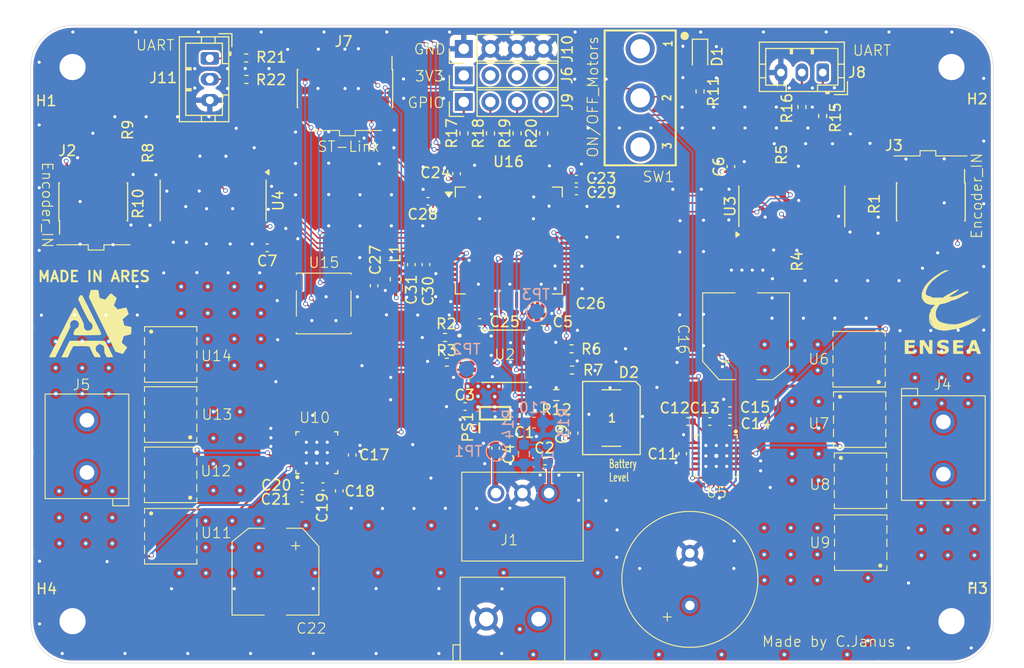
<source format=kicad_pcb>
(kicad_pcb (version 20241229) (generator "pcbnew") (generator_version "9.0")
  (layers (0 "F.Cu" signal) (4 "In1.Cu" signal) (6 "In2.Cu" signal) (2 "B.Cu" signal) (13 "F.Paste" user) (15 "B.Paste" user) (5 "F.SilkS" user "F.Silkscreen") (7 "B.SilkS" user "B.Silkscreen") (1 "F.Mask" user) (3 "B.Mask" user) (25 "Edge.Cuts" user))
  (net 0 "")
  (net 1 "GND")
  (net 2 "VDC")
  (net 3 "+5V")
  (net 4 "/ADC3_IN1")
  (net 5 "Net-(D2-DIN)")
  (net 6 "+3.3V")
  (net 7 "/STM_et_Osc/NRST")
  (net 8 "+3.3VA")
  (net 9 "Net-(D1-A)")
  (net 10 "/L_ChB{slash}")
  (net 11 "/L_ChB")
  (net 12 "/L_ChA")
  (net 13 "/L_ChA{slash}")
  (net 14 "/L_ChI{slash}")
  (net 15 "/L_ChI")
  (net 16 "/R_ChI")
  (net 17 "/R_ChA")
  (net 18 "/R_ChI{slash}")
  (net 19 "/R_ChA{slash}")
  (net 20 "/R_ChB{slash}")
  (net 21 "/R_ChB")
  (net 22 "/STM_et_Osc/SWDIO")
  (net 23 "/STM_et_Osc/USART2_RX")
  (net 24 "/STM_et_Osc/SWCLK")
  (net 25 "/STM_et_Osc/USART2_TX")
  (net 26 "/STM_et_Osc/PB3")
  (net 27 "/STM_et_Osc/PB4")
  (net 28 "/STM_et_Osc/PC12")
  (net 29 "/STM_et_Osc/PD2")
  (net 31 "/L_DIR_IN")
  (net 32 "/L_PWM_IN")
  (net 33 "/R_DIR_IN")
  (net 34 "/R_PWM_IN")
  (net 35 "/nSLEEP")
  (net 37 "/Px")
  (net 38 "/STM_et_Osc/Uart4_TX")
  (net 39 "/STM_et_Osc/Uart4_RX")
  (net 40 "/STM_et_Osc/Usart3_TX")
  (net 41 "/STM_et_Osc/Usart3_RX")
  (net 43 "/R_EN")
  (net 44 "/L_EN")
  (net 45 "/L_PH")
  (net 46 "/R_PH")
  (net 47 "/R_ENCI")
  (net 48 "/L_ENCA")
  (net 49 "/L_ENCB")
  (net 50 "/R_ENCA")
  (net 51 "/L_ENCI")
  (net 52 "/R_ENCB")
  (net 57 "Net-(J9-Pin_1)")
  (net 58 "Net-(J9-Pin_2)")
  (net 59 "/MoteurDroit/SH2")
  (net 60 "/MoteurDroit/SH1")
  (net 61 "/MoteurGauche/SH2")
  (net 62 "/MoteurGauche/SH1")
  (net 63 "/MoteurDroit/jonctionSS")
  (net 64 "/MoteurGauche/jonctionSS")
  (net 65 "Net-(U2-Vcc)")
  (net 66 "Net-(U5-DVDD)")
  (net 67 "Net-(U5-AVDD)")
  (net 68 "Net-(U5-CPL)")
  (net 69 "Net-(U5-CPH)")
  (net 70 "Net-(U5-VCP)")
  (net 71 "Net-(U10-DVDD)")
  (net 72 "Net-(U10-AVDD)")
  (net 73 "Net-(U10-CPH)")
  (net 74 "Net-(U10-CPL)")
  (net 75 "Net-(U10-VCP)")
  (net 81 "Net-(J8-Pin_1)")
  (net 82 "Net-(J8-Pin_2)")
  (net 83 "Net-(J9-Pin_4)")
  (net 84 "Net-(J9-Pin_3)")
  (net 85 "Net-(J11-Pin_1)")
  (net 86 "Net-(J11-Pin_2)")
  (net 93 "Net-(U5-GH2)")
  (net 94 "Net-(U5-GL1)")
  (net 95 "Net-(U5-GH1)")
  (net 101 "Net-(U10-GL1)")
  (net 103 "Net-(U10-GH2)")
  (net 104 "Net-(U10-GH1)")
  (footprint "LED_SMD:LED_0603_1608Metric_Pad1.05x0.95mm_HandSolder" (layer "F.Cu") (at 161.97 69 -90)
    (property "Reference" "D1")
    (property "Value" "LED")
  )
  (footprint "TPH1R403NL:TPH1R403NL" (layer "F.Cu") (at 108.875 101.328717 -90)
    (property "Reference" "U13")
    (property "Value" "~")
  )
  (footprint "Resistor_SMD:R_0201_0603Metric" (layer "F.Cu") (at 179.68 83.09 90)
    (property "Reference" "R1")
    (property "Value" "120")
  )
  (footprint "Capacitor_SMD:C_0402_1005Metric" (layer "F.Cu") (at 146.92 94.37 180)
    (property "Reference" "C5")
    (property "Value" "100n")
  )
  (footprint "TPH1R403NL:TPH1R403NL" (layer "F.Cu") (at 113.88 116.778717 90)
    (property "Reference" "U11")
    (property "Value" "~")
  )
  (footprint "Capacitor_SMD:C_0402_1005Metric" (layer "F.Cu") (at 123.925 111.253717 180)
    (property "Reference" "C21")
    (property "Value" "100n")
  )
  (footprint "Resistor_SMD:R_0402_1005Metric" (layer "F.Cu") (at 139.405 76.34 90)
    (property "Reference" "R17")
    (property "Value" "220")
  )
  (footprint "Connector_PinHeader_1.27mm:PinHeader_2x05_P1.27mm_Vertical_SMD" (layer "F.Cu") (at 184.03 82.89 -90)
    (property "Reference" "J3")
    (property "Value" "Conn_01x10")
  )
  (footprint "Capacitor_SMD:C_0402_1005Metric" (layer "F.Cu") (at 164.825 102.87)
    (property "Reference" "C15")
    (property "Value" "100n")
  )
  (footprint "Capacitor_SMD:C_0402_1005Metric" (layer "F.Cu") (at 162.9 103.9 180)
    (property "Reference" "C13")
    (property "Value" "100n")
  )
  (footprint "Logos_Ensea:LogoENSEA_footprint" (layer "F.Cu") (at 184.820048 93.449957)
    (property "Reference" "G***" (hide yes))
    (property "Value" "LOGO" (hide yes))
  )
  (footprint "Resistor_SMD:R_0402_1005Metric" (layer "F.Cu") (at 171.71 73.82 90)
    (property "Reference" "R16")
    (property "Value" "220")
  )
  (footprint "Connector_PinHeader_1.27mm:PinHeader_2x05_P1.27mm_Vertical_SMD" (layer "F.Cu") (at 103.98 82.89 90)
    (property "Reference" "J2")
    (property "Value" "Conn_01x10")
  )
  (footprint "Resistor_SMD:R_0402_1005Metric" (layer "F.Cu") (at 137.77 98.23 180)
    (property "Reference" "R3")
    (property "Value" "10k")
  )
  (footprint "Resistor_SMD:R_0402_1005Metric" (layer "F.Cu") (at 118.595 69.135 180)
    (property "Reference" "R21")
    (property "Value" "220")
  )
  (footprint "Connector_JST:JST_PH_B3B-PH-K_1x03_P2.00mm_Vertical" (layer "F.Cu") (at 115.12 69.17 -90)
    (property "Reference" "J11")
    (property "Value" "Conn_01x03")
  )
  (footprint "LED_SMD:LED_WS2812B_PLCC4_5.0x5.0mm_P3.2mm" (layer "F.Cu") (at 153.5 103.57 90)
    (property "Reference" "D2")
    (property "Value" "WS2812B")
  )
  (footprint "Resistor_SMD:R_0402_1005Metric" (layer "F.Cu") (at 118.62 71.185 180)
    (property "Reference" "R22")
    (property "Value" "220")
  )
  (footprint "Capacitor_SMD:C_0402_1005Metric" (layer "F.Cu") (at 149 92.62)
    (property "Reference" "C26")
    (property "Value" "100n")
  )
  (footprint "Capacitor_SMD:C_0402_1005Metric" (layer "F.Cu") (at 130.82 90.92 -90)
    (property "Reference" "C27")
    (property "Value" "10n")
  )
  (footprint "Connector_PinHeader_2.54mm:PinHeader_1x04_P2.54mm_Vertical" (layer "F.Cu") (at 139.39 73.34 90)
    (property "Reference" "J9")
    (property "Value" "Conn_01x04")
  )
  (footprint "SN74HC125PWR:SN74HC125PWR" (layer "F.Cu") (at 143.18 97.97)
    (property "Reference" "U2")
    (property "Value" "~")
  )
  (footprint "TPH1R403NL:TPH1R403NL" (layer "F.Cu") (at 113.88 99.393717 90)
    (property "Reference" "U14")
    (property "Value" "~")
  )
  (footprint "Resistor_SMD:R_0402_1005Metric" (layer "F.Cu") (at 161.97 72.33 -90)
    (property "Reference" "R11")
    (property "Value" "1k")
  )
  (footprint "Capacitor_SMD:C_0402_1005Metric" (layer "F.Cu") (at 135.98 82.84 180)
    (property "Reference" "C28")
    (property "Value" "100n")
  )
  (footprint "TPH1R403NL:TPH1R403NL" (layer "F.Cu") (at 174.675 96.04 -90)
    (property "Reference" "U6")
    (property "Value" "~")
  )
  (footprint "Resistor_SMD:R_0201_0603Metric" (layer "F.Cu") (at 108.16 78.22 -90)
    (property "Reference" "R8")
    (property "Value" "120")
  )
  (footprint "Inductor_SMD:L_0603_1608Metric" (layer "F.Cu") (at 132.875 90.295 -90)
    (property "Reference" "L1")
    (property "Value" "39n")
  )
  (footprint "TPH1R403NL:TPH1R403NL" (layer "F.Cu") (at 179.8 111.475 90)
    (property "Reference" "U8")
    (property "Value" "~")
  )
  (footprint "Resistor_SMD:R_0201_0603Metric" (layer "F.Cu") (at 108.33 76.01 90)
    (property "Reference" "R9")
    (property "Value" "120")
  )
  (footprint "Capacitor_SMD:C_0402_1005Metric" (layer "F.Cu") (at 164.825 103.92 180)
    (property "Reference" "C14")
    (property "Value" "1u")
  )
  (footprint "DRV8701:DRV8701ERGER" (layer "F.Cu") (at 163.425 107.295 -90)
    (property "Reference" "U5")
    (property "Value" "~")
  )
  (footprint "Resistor_SMD:R_0402_1005Metric" (layer "F.Cu") (at 149.69 96.95 180)
    (property "Reference" "R6")
    (property "Value" "10k")
  )
  (footprint "Capacitor_SMD:C_0402_1005Metric" (layer "F.Cu") (at 134.375 88.895 90)
    (property "Reference" "C31")
    (property "Value" "1u")
  )
  (footprint "MountingHole:MountingHole_2.5mm_Pad" (layer "F.Cu") (at 186 70)
    (property "Reference" "H2")
    (property "Value" "MountingHole_Pad")
  )
  (footprint "Capacitor:Wurth-470u-50V" (layer "F.Cu") (at 161 121.5 90)
    (property "Reference" "C8" (hide yes))
    (property "Value" "470u")
  )
  (footprint "Capacitor_SMD:C_0402_1005Metric" (layer "F.Cu") (at 147.16 107.69 180)
    (property "Reference" "C2")
    (property "Value" "4u7")
  )
  (footprint "Resistor_SMD:R_0402_1005Metric" (layer "F.Cu") (at 144.485 76.34 90)
    (property "Reference" "R19")
    (property "Value" "220")
  )
  (footprint "MountingHole:MountingHole_2.5mm_Pad" (layer "F.Cu") (at 102 70)
    (property "Reference" "H1")
    (property "Value" "MountingHole_Pad")
  )
  (footprint "Capacitor_SMD:C_0402_1005Metric" (layer "F.Cu") (at 123.95 110.128717)
    (property "Reference" "C20")
    (property "Value" "1u")
  )
  (footprint "Connector_JST:JST_PH_B3B-PH-K_1x03_P2.00mm_Vertical" (layer "F.Cu") (at 173.7 70.525 180)
    (property "Reference" "J8")
    (property "Value" "Conn_01x03")
  )
  (footprint "Resistor_SMD:R_0201_0603Metric" (layer "F.Cu") (at 109.31 83.1 -90)
    (property "Reference" "R10")
    (property "Value" "120")
  )
  (footprint "Capacitor_SMD:C_0402_1005Metric" (layer "F.Cu") (at 128.73 107.11 90)
    (property "Reference" "C17")
    (property "Value" "1u")
  )
  (footprint "Package_QFP:LQFP-64_10x10mm_P0.5mm" (layer "F.Cu") (at 143.69 86.59)
    (property "Reference" "U16")
    (property "Value" "STM32F303RETx")
  )
  (footprint "Resistor_SMD:R_0402_1005Metric" (layer "F.Cu") (at 149.74 98.98 180)
    (property "Reference" "R7")
    (property "Value" "10k")
  )
  (footprint "DRV8701:DRV8701ERGER" (layer "F.Cu") (at 125.445 106.783717 90)
    (property "Reference" "U10")
    (property "Value" "~")
  )
  (footprint "Capacitor_SMD:C_0402_1005Metric" (layer "F.Cu") (at 150.15 80.72)
    (property "Reference" "C23")
    (property "Value" "4u7")
  )
  (footprint "KF301-5.0-2P:KF301-5.0-2P" (layer "F.Cu") (at 103.375 108.776642 90)
    (property "Reference" "J5")
    (property "Value" "Conn_01x02")
  )
  (footprint "MountingHole:MountingHole_2.5mm_Pad" (layer "F.Cu") (at 186 123)
    (property "Reference" "H3")
    (property "Value" "MountingHole_Pad")
  )
  (footprint "Capacitor_SMD:C_0402_1005Metric" (layer "F.Cu") (at 145.15 103.32 90)
    (property "Reference" "C1")
    (property "Value" "1uF")
  )
  (footprint "Package_SO:SOIC-16_3.9x9.9mm_P1.27mm" (layer "F.Cu") (at 115.435 82.76 -90)
    (property "Reference" "U4")
    (property "Value" "AM26LV32xD")
  )
  (footprint "Capacitor:Wurth-47u-63V" (layer "F.Cu") (at 166.36 95.76 -90)
    (property "Reference" "C16")
    (property "Value" "47u")
  )
  (footprint "Connector_PinHeader_2.54mm:PinHeader_1x04_P2.54mm_Vertical" (layer "F.Cu") (at 139.39 68.26 90)
    (property "Reference" "J10")
    (property "Value" "Conn_01x04")
  )
  (footprint "MountingHole:MountingHole_2.5mm_Pad" (layer "F.Cu") (at 102 123)
    (property "Reference" "H4")
    (property "Value" "MountingHole_Pad")
  )
  (footprint "BoutonSMD:wurth_pushButton_SMD" (layer "F.Cu") (at 126 92.62 180)
    (property "Reference" "U15")
    (property "Value" "~")
  )
  (footprint "Capacitor_SMD:C_0402_1005Metric" (layer "F.Cu") (at 135.775 88.895 90)
    (property "Reference" "C30")
    (property "Value" "10n")
  )
  (footprint "Resistor_SMD:R_0402_1005Metric" (layer "F.Cu") (at 173.69 74.68 90)
    (property "Reference" "R15")
    (property "Value" "220")
  )
  (footprint "Capacitor_SMD:C_0402_1005Metric" (layer "F.Cu") (at 127.49 110.54 -90)
    (property "Reference" "C18")
    (property "Value" "1u")
  )
  (footprint "switch:472121010111" (layer "F.Cu") (at 156.1 73 90)
    (property "Reference" "SW1")
    (property "Value" "SW_SPDT_321")
  )
  (footprint "KF301-5.0-2P:KF301-5.0-2P" (layer "F.Cu") (at 141.545 122.8)
    (property "Reference" "J1")
    (property "Value" "Conn_01x02")
  )
  (footprint "KF301-5.0-2P:KF301-5.0-2P" (layer "F.Cu") (at 185.225 103.94 -90)
    (property "Reference" "J4")
    (property "Value" "Conn_01x02")
  )
  (footprint "TPH1R403NL:TPH1R403NL" (layer "F.Cu") (at 108.875 107.098717 -90)
    (property "Reference" "U12")
    (property "Value" "~")
  )
  (footprint "Resistor_SMD:R_0603_1608Metric_Pad0.98x0.95mm_HandSolder" (layer "F.Cu") (at 148.23 101.38)
    (property "Reference" "R12")
    (property "Value" "330")
  )
  (footprint "Capacitor_SMD:C_0402_1005Metric" (layer "F.Cu") (at 139.52 102.47 180)
    (property "Reference" "C3")
    (property "Value" "1uF")
  )
  (footprint "Capacitor_SMD:C_0402_1005Metric" (layer "F.Cu") (at 149.94 105.02 -90)
    (property "Reference" "C9")
    (property "Value" "100n")
  )
  (footprint "BU33SD5WG-TR:SOT95P280X125-5N" (layer "F.Cu") (at 142.38 103.11 90)
    (property "Reference" "PS1")
    (property "Value" "BU33SD5WG-TR")
  )
  (footprint "Capacitor_SMD:C_0402_1005Metric" (layer "F.Cu") (at 164.92 79.52 90)
    (property "Reference" "C6")
    (property "Value" "100n")
  )
  (footprint "Resistor_SMD:R_0402_1005Metric" (layer "F.Cu") (at 141.945 76.34 90)
    (property "Reference" "R18")
    (property "Value" "220")
  )
  (footprint "TPH1R403NL:TPH1R403NL" (layer "F.Cu") (at 179.725 105.625 90)
    (property "Reference" "U7")
    (property "Value" "~")
  )
  (footprint "Connector_PinHeader_2.54mm:PinHeader_1x04_P2.54mm_Vertical" (layer "F.Cu") (at 139.39 70.8 90)
    (property "Reference" "J6")
    (property "Value" "Conn_01x04")
  )
  (footprint "MagI3C:StepDown3v3" (layer "F.Cu") (at 145 110.75 180)
    (property "Reference" "U1" (hide yes))
    (property "Value" "~")
  )
  (footprint "Resistor_SMD:R_0402_1005Metric" (layer "F.Cu") (at 147.025 76.34 90)
    (property "Reference" "R20")
    (property "Value" "220")
  )
  (footprint "Resistor_SMD:R_0402_1005Metric" (layer "F.Cu") (at 137.6 95.86 180)
    (property "Reference" "R2")
    (property "Value" "10k")
  )
  (footprint "Capacitor_SMD:C_0402_1005Metric" (layer "F.Cu") (at 150.15 81.85)
    (property "Reference" "C29")
    (property "Value" "100n")
  )
  (footprint "Capacitor_SMD:C_0402_1005Metric" (layer "F.Cu") (at 142.43 106.45 90)
    (property "Reference" "C4")
    (property "Value" "4u7")
  )
  (footprint "TPH1R403NL:TPH1R403NL" (layer "F.Cu") (at 174.825 113.59 -90)
    (property "Reference" "U9")
    (property "Value" "~")
  )
  (footprint "Capacitor_SMD:C_0402_1005Metric" (layer "F.Cu") (at 160.81 103.9 180)
    (property "Reference" "C12")
    (property "Value" "1u")
  )
  (footprint "Capacitor_SMD:C_0402_1005Metric" (layer "F.Cu") (at 120.6 87.29)
    (property "Reference" "C7")
    (property "Value" "100n")
  )
  (footprint "Logos_Ensea:LogoAres" (layer "F.Cu") (at 103.71 94.54)
    (property "Reference" "G***" (hide yes))
    (property "Value" "LOGO" (hide yes))
  )
  (footprint "Capacitor_SMD:C_0402_1005Metric" (layer "F.Cu") (at 160.31 106.98 -90)
    (property "Reference" "C11")
    (property "Value" "1u")
  )
  (footprint "Resistor_SMD:R_0201_0603Metric" (layer "F.Cu") (at 170.07 88.6 -90)
    (property "Reference" "R4")
    (property "Value" "120")
  )
  (footprint "Capacitor_SMD:C_0402_1005Metric" (layer "F.Cu") (at 138.7 80.2 90)
    (property "Reference" "C24")
    (property "Value" "100n")
  )
  (footprint "Capacitor:Wurth-47u-63V" (layer "F.Cu") (at 121.4 118.253717 90)
    (property "Reference" "C22")
    (property "Value" "47u")
  )
  (footprint "Package_SO:SOIC-16_3.9x9.9mm_P1.27mm" (layer "F.Cu") (at 170.74 83.32 90)
    (property "Reference" "U3")
    (property "Value" "AM26LV32xD")
  )
  (footprint "Capacitor_SMD:C_0402_1005Metric" (layer "F.Cu") (at 125.93 110.128717)
    (property "Reference" "C19")
    (property "Value" "100n")
  )
  (footprint "Connector_PinHeader_1.27mm:PinHeader_2x07_P1.27mm_Vertical_SMD" (layer "F.Cu") (at 128.04 72.05 -90)
    (property "Reference" "J7")
    (property "Value" "Conn_ST_STDC14")
  )
  (footprint "Capacitor_SMD:C_0402_1005Metric" (layer "F.Cu") (at 140.925 94.425 180)
    (property "Reference" "C25")
    (property "Value" "100n")
  )
  (footprint "Resistor_SMD:R_0201_0603Metric" (layer "F.Cu") (at 170.82 78.38 90)
    (property "Reference" "R5")
    (property "Value" "120")
  )
  (footprint "TestPoint:TestPoint_Pad_D1.5mm" (layer "B.Cu") (at 142.49 106.74)
    (property "Reference" "TP1")
    (property "Value" "TestPoint")
  )
  (footprint "Resistor_SMD:R_0603_1608Metric_Pad0.98x0.95mm_HandSolder" (layer "B.Cu") (at 147.4 107.02 90)
    (property "Reference" "R13")
    (property "Value" "82k")
  )
  (footprint "TestPoint:TestPoint_Pad_D1.5mm" (layer "B.Cu") (at 146.35 93.39 180)
    (property "Reference" "TP3")
    (property "Value" "TestPoint")
  )
  (footprint "Resistor_SMD:R_0603_1608Metric_Pad0.98x0.95mm_HandSolder" (layer "B.Cu") (at 145.14 107.02 -90)
    (property "Reference" "R14")
    (property "Value" "10k")
  )
  (footprint "TestPoint:TestPoint_Pad_D1.5mm" (layer "B.Cu") (at 139.66 98.86 90)
    (property "Reference" "TP2")
    (property "Value" "TestPoint")
  )
  (footprint "Capacitor_SMD:C_0603_1608Metric_Pad1.08x0.95mm_HandSolder" (layer "B.Cu") (at 146.1 104.01 180)
    (property "Reference" "C10")
    (property "Value" "100n")
  )
  (gr_line (start 184.5 78.5) (end 184.5 78) (stroke (width 0.1)) (layer "F.SilkS"))
  (gr_line (start 187.5 78.5) (end 184.5 78.5) (stroke (width 0.1)) (layer "F.SilkS"))
  (gr_line (start 107.5 87) (end 105 87) (stroke (width 0.1)) (layer "F.SilkS"))
  (gr_line (start 129.01 76.57) (end 127.51 76.57) (stroke (width 0.1)) (layer "F.SilkS"))
  (gr_line (start 183 78) (end 184.5 78) (stroke (width 0.1)) (layer "F.SilkS"))
  (gr_line (start 100.5 87) (end 103.5 87) (stroke (width 0.1)) (layer "F.SilkS"))
  (gr_line (start 129.01 76.07) (end 129.01 76.57) (stroke (width 0.1)) (layer "F.SilkS"))
  (gr_line (start 103.5 87) (end 103.5 87.5) (stroke (width 0.1)) (layer "F.SilkS"))
  (gr_line (start 124.51 76.07) (end 127.51 76.07) (stroke (width 0.1)) (layer "F.SilkS"))
  (gr_line (start 180.5 78.5) (end 183 78.5) (stroke (width 0.1)) (layer "F.SilkS"))
  (gr_line (start 105 87.5) (end 103.5 87.5) (stroke (width 0.1)) (layer "F.SilkS"))
  (gr_line (start 131.51 76.07) (end 129.01 76.07) (stroke (width 0.1)) (layer "F.SilkS"))
  (gr_line (start 127.51 76.07) (end 127.51 76.57) (stroke (width 0.1)) (layer "F.SilkS"))
  (gr_line (start 183 78.5) (end 183 78) (stroke (width 0.1)) (layer "F.SilkS"))
  (gr_line (start 105 87) (end 105 87.5) (stroke (width 0.1)) (layer "F.SilkS"))
  (gr_arc (start 98 70) (mid 99.171573 67.171573) (end 102 66) (stroke (width 0.05)) (layer "Edge.Cuts"))
  (gr_arc (start 102 127) (mid 99.171573 125.828427) (end 98 123) (stroke (width 0.05)) (layer "Edge.Cuts"))
  (gr_line (start 190 70) (end 190 123) (stroke (width 0.05)) (layer "Edge.Cuts"))
  (gr_arc (start 186 66) (mid 188.828427 67.171573) (end 190 70) (stroke (width 0.05)) (layer "Edge.Cuts"))
  (gr_line (start 186 127) (end 102 127) (stroke (width 0.05)) (layer "Edge.Cuts"))
  (gr_arc (start 190 123) (mid 188.828427 125.828427) (end 186 127) (stroke (width 0.05)) (layer "Edge.Cuts"))
  (gr_line (start 102 66) (end 186 66) (stroke (width 0.05)) (layer "Edge.Cuts"))
  (gr_line (start 98 123) (end 98 70) (stroke (width 0.05)) (layer "Edge.Cuts"))
  (gr_text "Made by C.Janus" (at 167.83 125.53 0) (layer "F.SilkS") (effects (font (size 1 1) (thickness 0.1)) (justify left bottom)))
  (gr_text "ST-Link" (at 125.35 78.19 0) (layer "F.SilkS") (effects (font (size 1 1) (thickness 0.1)) (justify left bottom)))
  (gr_text "GND\n" (at 134.55 68.88 0) (layer "F.SilkS") (effects (font (size 1 1) (thickness 0.1)) (justify left bottom)))
  (gr_text "3V3" (at 134.65 71.46 0) (layer "F.SilkS") (effects (font (size 1 1) (thickness 0.1)) (justify left bottom)))
  (gr_text "MADE IN ARES" (at 98.58 90.62 0) (layer "F.SilkS") (effects (font (size 1 1) (thickness 0.2) (bold yes)) (justify left bottom)))
  (gr_text "Battery \nLevel" (at 153.21 109.71 0) (layer "F.SilkS") (effects (font (size 0.8 0.5) (thickness 0.1)) (justify left bottom)))
  (gr_text "ON/OFF_Motors" (at 152.31 78.73 90) (layer "F.SilkS") (effects (font (size 1 1) (thickness 0.1)) (justify left bottom)))
  (gr_text "Encoder_IN\n" (at 189 86.5 90) (layer "F.SilkS") (effects (font (size 1 1) (thickness 0.1)) (justify left bottom)))
  (gr_text "UART" (at 108 68.5 0) (layer "F.SilkS") (effects (font (size 1 1) (thickness 0.1)) (justify left bottom)))
  (gr_text "GPIO" (at 133.95 74 0) (layer "F.SilkS") (effects (font (size 1 1) (thickness 0.1)) (justify left bottom)))
  (gr_text "Encoder_IN" (at 99 79 270) (layer "F.SilkS") (effects (font (size 1 1) (thickness 0.1)) (justify left bottom)))
  (gr_text "UART" (at 176.5 69 0) (layer "F.SilkS") (effects (font (size 1 1) (thickness 0.1)) (justify left bottom)))
  (segment (start 162.775 106.445) (end 163.525 107.195) (width 0.2) (layer "F.Cu") (net 1))
  (segment (start 125.095 106.633717) (end 125.345 106.883717) (width 0.2) (layer "F.Cu") (net 1))
  (segment (start 163.775 107.445) (end 163.525 107.195) (width 0.2) (layer "F.Cu") (net 1))
  (segment (start 124.595 106.133717) (end 125.345 106.883717) (width 0.2) (layer "F.Cu") (net 1))
  (segment (start 163.774999 109.15) (end 163.774999 107.444999) (width 0.2) (layer "F.Cu") (net 1))
  (segment (start 165.479999 107.445) (end 163.775 107.445) (width 0.2) (layer "F.Cu") (net 1))
  (segment (start 164.275 107.945) (end 163.525 107.195) (width 0.2) (layer "F.Cu") (net 1))
  (segment (start 125.095 104.928717) (end 125.095 106.633717) (width 0.2) (layer "F.Cu") (net 1))
  (segment (start 123.39 106.133717) (end 124.595 106.133717) (width 0.2) (layer "F.Cu") (net 1))
  (segment (start 165.48 107.945) (end 164.275 107.945) (width 0.2) (layer "F.Cu") (net 1))
  (segment (start 126.095 107.633717) (end 125.345 106.883717) (width 0.2) (layer "F.Cu") (net 1))
  (segment (start 126.095 108.838717) (end 126.095 107.633717) (width 0.2) (layer "F.Cu") (net 1))
  (segment (start 163.774999 107.444999) (end 163.525 107.195) (width 0.2) (layer "F.Cu") (net 1))
  (segment (start 162.775 105.24) (end 162.775 106.445) (width 0.2) (layer "F.Cu") (net 1))
  (segment (start 123.39 106.633717) (end 125.095 106.633717) (width 0.2) (layer "F.Cu") (net 1))
  (via (at 102.48 78.67) (size 0.45) (drill 0.3) (layers "F.Cu" "B.Cu") (net 1))
  (via (at 171.22 87.53) (size 0.45) (drill 0.3) (layers "F.Cu" "B.Cu") (net 1))
  (via (at 184.02 95.2) (size 0.45) (drill 0.3) (layers "F.Cu" "B.Cu") (net 1))
  (via (at 117.3 83.54) (size 0.45) (drill 0.3) (layers "F.Cu" "B.Cu") (net 1))
  (via (at 132 93.7) (size 0.45) (drill 0.3) (layers "F.Cu" "B.Cu") (net 1))
  (via (at 98.81 81.54) (size 0.45) (drill 0.3) (layers "F.Cu" "B.Cu") (net 1))
  (via (at 109.4 85.13) (size 0.45) (drill 0.3) (layers "F.Cu" "B.Cu") (net 1))
  (via (at 125.01 119.88) (size 0.45) (drill 0.3) (layers "F.Cu" "B.Cu") (net 1))
  (via (at 132.48 82.21) (size 0.45) (drill 0.3) (layers "F.Cu" "B.Cu") (net 1))
  (via (at 167.76 107.67) (size 0.45) (drill 0.3) (layers "F.Cu" "B.Cu") (net 1))
  (via (at 134.99 93.72) (size 0.45) (drill 0.3) (layers "F.Cu" "B.Cu") (net 1))
  (via (at 147.54 83.3) (size 0.45) (drill 0.3) (layers "F.Cu" "B.Cu") (net 1))
  (via (at 160.4 105.16) (size 0.45) (drill 0.3) (layers "F.Cu" "B.Cu") (net 1))
  (via (at 178.98 85.89) (size 0.45) (drill 0.3) (layers "F.Cu" "B.Cu") (net 1))
  (via (at 105.87 86.99) (size 0.45) (drill 0.3) (layers "F.Cu" "B.Cu") (net 1))
  (via (at 126.345 107.883717) (size 0.45) (drill 0.3) (layers "F.Cu" "B.Cu") (net 1))
  (via (at 120.03 66.65) (size 0.45) (drill 0.3) (layers "F.Cu" "B.Cu") (net 1))
  (via (at 98.84 117.26) (size 0.45) (drill 0.3) (layers "F.Cu" "B.Cu") (net 1))
  (via (at 181.65 78.8) (size 0.45) (drill 0.3) (layers "F.Cu" "B.Cu") (net 1))
  (via (at 120.96 105.46) (size 0.45) (drill 0.3) (layers "F.Cu" "B.Cu") (net 1))
  (via (at 117.64 75.86) (size 0.45) (drill 0.3) (layers "F.Cu" "B.Cu") (net 1))
  (via (at 126.345 105.883717) (size 0.45) (drill 0.3) (layers "F.Cu" "B.Cu") (net 1))
  (via (at 138.91 95.69) (size 0.45) (drill 0.3) (layers "F.Cu" "B.Cu") (net 1))
  (via (at 159.37 81.69) (size 0.45) (drill 0.3) (layers "F.Cu" "B.Cu") (net 1))
  (via (at 143.91 102.83) (size 0.45) (drill 0.3) (layers "F.Cu" "B.Cu") (net 1))
  (via (at 165.23 115.33) (size 0.45) (drill 0.3) (layers "F.Cu" "B.Cu") (net 1))
  (via (at 131.01 119.88) (size 0.45) (drill 0.3) (layers "F.Cu" "B.Cu") (net 1))
  (via (at 164.23 101.78) (size 0.45) (drill 0.3) (layers "F.Cu" "B.Cu") (net 1))
  (via (at 112.82 83.35) (size 0.45) (drill 0.3) (layers "F.Cu" "B.Cu") (net 1))
  (via (at 116.66 78.53) (size 0.45) (drill 0.3) (layers "F.Cu" "B.Cu") (net 1))
  (via (at 98.81 87.54) (size 0.45) (drill 0.3) (layers "F.Cu" "B.Cu") (net 1))
  (via (at 184.68 87.77) (size 0.45) (drill 0.3) (layers "F.Cu" "B.Cu") (net 1))
  (via (at 135.5 79.55) (size 0.45) (drill 0.3) (layers "F.Cu" "B.Cu") (net 1))
  (via (at 160.27 75.83) (size 0.45) (drill 0.3) (layers "F.Cu" "B.Cu") (net 1))
  (via (at 111.46 119.9) (size 0.45) (drill 0.3) (layers "F.Cu" "B.Cu") (net 1))
  (via (at 172.06 77.33) (size 0.45) (drill 0.3) (layers "F.Cu" "B.Cu") (net 1))
  (via (at 129.47 82.21) (size 0.45) (drill 0.3) (layers "F.Cu" "B.Cu") (net 1))
  (via (at 154.04 114.27) (size 0.45) (drill 0.3) (layers "F.Cu" "B.Cu") (net 1))
  (via (at 148.48 109.03) (size 0.45) (drill 0.3) (layers "F.Cu" "B.Cu") (net 1))
  (via (at 113.01 126.09) (size 0.45) (drill 0.3) (layers "F.Cu" "B.Cu") (net 1))
  (via (at 150.68 89.05) (size 0.45) (drill 0.3) (layers "F.Cu" "B.Cu") (net 1))
  (via (at 162.3 84.65) (size 0.45) (drill 0.3) (layers "F.Cu" "B.Cu") (net 1))
  (via (at 140.42 79.39) (size 0.45) (drill 0.3) (layers "F.Cu" "B.Cu") (net 1))
  (via (at 119.88 89.68) (size 0.45) (drill 0.3) (layers "F.Cu" "B.Cu") (net 1))
  (via (at 164.74 81.69) (size 0.45) (drill 0.3) (layers "F.Cu" "B.Cu") (net 1))
  (via (at 132.41 99.68) (size 0.45) (drill 0.3) (layers "F.Cu" "B.Cu") (net 1))
  (via (at 154.12 86.26) (size 0.45) (drill 0.3) (layers "F.Cu" "B.Cu") (net 1))
  (via (at 150.25 95.18) (size 0.45) (drill 0.3) (layers "F.Cu" "B.Cu") (net 1))
  (via (at 114.79 86.91) (size 0.45) (drill 0.3) (layers "F.Cu" "B.Cu") (net 1))
  (via (at 174.81 71.98) (size 0.45) (drill 0.3) (layers "F.Cu" "B.Cu") (net 1))
  (via (at 109.03 74.75) (size 0.45) (drill 0.3) (layers "F.Cu" "B.Cu") (net 1))
  (via (at 153.37 100.67) (size 0.45) (drill 0.3) (layers "F.Cu" "B.Cu") (net 1))
  (via (at 175.21 84.27) (size 0.45) (drill 0.3) (layers "F.Cu" "B.Cu") (net 1))
  (via (at 164.97 89.42) (size 0.45) (drill 0.3) (layers "F.Cu" "B.Cu") (net 1))
  (via (at 185.3 78.78) (size 0.45) (drill 0.3) (layers "F.Cu" "B.Cu") (net 1))
  (via (at 160.06 84.7) (size 0.45) (drill 0.3) (layers "F.Cu" "B.Cu") (net 1))
  (via (at 129.31 72.06) (size 0.45) (drill 0.3) (layers "F.Cu" "B.Cu") (net 1))
  (via (at 163.525 107.195) (size 0.8) (drill 0.4) (layers "F.Cu" "B.Cu") (net 1))
  (via (at 127.17 94.25) (size 0.45) (drill 0.3) (layers "F.Cu" "B.Cu") (net 1))
  (via (at 131.31 79.25) (size 0.45) (drill 0.3) (layers "F.Cu" "B.Cu") (net 1))
  (via (at 140.9 84.51) (size 0.45) (drill 0.3) (layers "F.Cu" "B.Cu") (net 1))
  (via (at 143.86 96.37) (size 0.45) (drill 0.3) (layers "F.Cu" "B.Cu") (net 1))
  (via (at 172.7 73.83) (size 0.45) (drill 0.3) (layers "F.Cu" "B.Cu") (net 1))
  (via (at 129.22 91.97) (size 0.45) (drill 0.3) (layers "F.Cu" "B.Cu") (net 1))
  (via (at 140.79 90.77) (size 0.45) (drill 0.3) (layers "F.Cu" "B.Cu") (net 1))
  (via (at 139.05 103.72) (size 0.45) (drill 0.3) (layers "F.Cu" "B.Cu") (net 1))
  (via (at 159.68 107.84) (size 0.45) (drill 0.3) (layers "F.Cu" "B.Cu") (net 1))
  (via (at 112.89 86.76) (size 0.45) (drill 0.3) (layers "F.Cu" "B.Cu") (net 1))
  (via (at 138 93.72) (size 0.45) (drill 0.3) (layers "F.Cu" "B.Cu") (net 1))
  (via (at 189.08 95.16) (size 0.45) (drill 0.3) (layers "F.Cu" "B.Cu") (net 1))
  (via (at 143.85 98.22) (size 0.45) (drill 0.3) (layers "F.Cu" "B.Cu") (net 1))
  (via (at 109.96 80.3) (size 0.45) (drill 0.3) (layers "F.Cu" "B.Cu") (net 1))
  (via (at 159.69 107.19) (size 0.45) (drill 0.3) (layers "F.Cu" "B.Cu") (net 1))
  (via (at 181.89 125.56) (size 0.45) (drill 0.3) (layers "F.Cu" "B.Cu") (net 1))
  (via (at 113.88 89.66) (size 0.45) (drill 0.3) (layers "F.Cu" "B.Cu") (net 1))
  (via (at 98.81 75.54) (size 0.45) (drill 0.3) (layers "F.Cu" "B.Cu") (net 1))
  (via (at 179 84.35) (size 0.45) (drill 0.3) (layers "F.Cu" "B.Cu") (net 1))
  (via (at 125.49 68.29) (size 0.45) (drill 0.3) (layers "F.Cu" "B.Cu") (net 1))
  (via (at 129.66 98.56) (size 0.45) (drill 0.3) (layers "F.Cu" "B.Cu") (net 1))
  (via (at 150.36 111.44) (size 0.45) (drill 0.3) (layers "F.Cu" "B.Cu") (net 1))
  (via (at 126.48 85.19) (size 0.45) (drill 0.3) (layers "F.Cu" "B.Cu") (net 1))
  (via (at 167.97 89.42) (size 0.45) (drill 0.3) (layers "F.Cu" "B.Cu") (net 1))
  (via (at 168.86 92.09) (size 0.45) (drill 0.3) (layers "F.Cu" "B.Cu") (net 1))
  (via (at 110.71 89.69) (size 0.45) (drill 0.3) (layers "F.Cu" "B.Cu") (net 1))
  (via (at 162.525 106.195) (size 0.45) (drill 0.3) (layers "F.Cu" "B.Cu") (net 1))
  (via (at 152.99 71.16) (size 0.45) (drill 0.3) (layers "F.Cu" "B.Cu") (net 1))
  (via (at 143.04 119.91) (size 0.45) (drill 0.3) (layers "F.Cu" "B.Cu") (net 1))
  (via (at 102.19 93.7) (size 0.45) (drill 0.3) (layers "F.Cu" "B.Cu") (net 1))
  (via (at 131.89 91.37) (size 0.45) (drill 0.3) (layers "F.Cu" "B.Cu") (net 1))
  (via (at 137.63 112.2) (size 0.45) (drill 0.3) (layers "F.Cu" "B.Cu") (net 1))
  (via (at 148.22 100.66) (size 0.45) (drill 0.3) (layers "F.Cu" "B.Cu") (net 1))
  (via (at 126.03 66.65) (size 0.45) (drill 0.3) (layers "F.Cu" "B.Cu") (net 1))
  (via (at 168.68 110.21) (size 0.45) (drill 0.3) (layers "F.Cu" "B.Cu") (net 1))
  (via (at 126.23 91.97) (size 0.45) (drill 0.3) (layers "F.Cu" "B.Cu") (net 1))
  (via (at 124.95 103.32) (size 0.45) (drill 0.3) (layers "F.Cu" "B.Cu") (net 1))
  (via (at 177.85 94.02) (size 0.45) (drill 0.3) (layers "F.Cu" "B.Cu") (net 1))
  (via (at 102.72 86.94) (size 0.45) (drill 0.3) (layers "F.Cu" "B.Cu") (net 1))
  (via (at 128.03 68.29) (size 0.45) (drill 0.3) (layers "F.Cu" "B.Cu") (net 1))
  (via (at 119.36 77.72) (size 0.45) (drill 0.3) (layers "F.Cu" "B.Cu") (net 1))
  (via (at 135.5 81.7) (size 0.45) (drill 0.3) (layers "F.Cu" "B.Cu") (net 1))
  (via (at 178.21 77.3) (size 0.45) (drill 0.3) (layers "F.Cu" "B.Cu") (net 1))
  (via (at 171.4 82.76) (size 0.45) (drill 0.3) (layers "F.Cu" "B.Cu") (net 1))
  (via (at 142.12 99.62) (size 0.45) (drill 0.3) (layers "F.Cu" "B.Cu") (net 1))
  (via (at 149.99 71.16) (size 0.45) (drill 0.3) (layers "F.Cu" "B.Cu") (net 1))
  (via (at 151.93 99.03) (size 0.45) (drill 0.3) (layers "F.Cu" "B.Cu") (net 1))
  (via (at 138.03 66.65) (size 0.45) (drill 0.3) (layers "F.Cu" "B.Cu") (net 1))
  (via (at 124.345 107.883717) (size 0.45) (drill 0.3) (layers "F.Cu" "B.Cu") (net 1))
  (via (at 164.525 108.195) (size 0.45) (drill 0.3) (layers "F.Cu" "B.Cu") (net 1))
  (via (at 162.09 81.69) (size 0.45) (drill 0.3) (layers "F.Cu" "B.Cu") (net 1))
  (via (at 126.48 76.19) (size 0.45) (drill 0.3) (layers "F.Cu" "B.Cu") (net 1))
  (via (at 163.525 106.195) (size 0.45) (drill 0.3) (layers "F.Cu" "B.Cu") (net 1))
  (via (at 151.14 86.26) (size 0.45) (drill 0.3) (layers "F.Cu" "B.Cu") (net 1))
  (via (at 129.86 76.8) (size 0.45) (drill 0.3) (layers "F.Cu" "B.Cu") (net 1))
  (via (at 166.26 73.83) (size 0.45) (drill 0.3) (layers "F.Cu" "B.Cu") (net 1))
  (via (at 156.2 117.96) (size 0.45) (drill 0.3) (layers "F.Cu" "B.Cu") (net 1))
  (via (at 125.345 105.883717) (size 0.45) (drill 0.3) (layers "F.Cu" "B.Cu") (net 1))
  (via (at 118.5 70.14) (size 0.45) (drill 0.3) (layers "F.Cu" "B.Cu") (net 1))
  (via (at 151.27 75.83) (size 0.45) (drill 0.3) (layers "F.Cu" "B.Cu") (net 1))
  (via (at 171.85 94.02) (size 0.45) (drill 0.3) (layers "F.Cu" "B.Cu") (net 1))
  (via (at 163.53 71.04) (size 0.45) (drill 0.3) (layers "F.Cu" "B.Cu") (net 1))
  (via (at 174.99 90.43) (size 0.45) (drill 0.3) (layers "F.Cu" "B.Cu") (net 1))
  (via (at 146.22 102.85) (size 0.45) (drill 0.3) (layers "F.Cu" "B.Cu") (net 1))
  (via (at 120.77 70.15) (size 0.45) (drill 0.3) (layers "F.Cu" "B.Cu") (net 1))
  (via (at 108.17 91) (size 0.45) (drill 0.3) (layers "F.Cu" "B.Cu") (net 1))
  (via (at 186.03 66.65) (size 0.45) (drill 0.3) (layers "F.Cu" "B.Cu") (net 1))
  (via (at 162.525 108.195) (size 0.45) (drill 0.3) (layers "F.Cu" "B.Cu") (net 1))
  (via (at 150.36 109.05) (size 0.45) (drill 0.3) (layers "F.Cu" "B.Cu") (net 1))
  (via (at 146.07 82.42) (size 0.45) (drill 0.3) (layers "F.Cu" "B.Cu") (net 1))
  (via (at 177.99 90.43) (size 0.45) (drill 0.3) (layers "F.Cu" "B.Cu") (net 1))
  (via (at 146.69 109.02) (size 0.45) (drill 0.3) (layers "F.Cu" "B.Cu") (net 1))
  (via (at 163.27 75.83) (size 0.45) (drill 0.3) (layers "F.Cu" "B.Cu") (net 1))
  (via (at 114.11 81.86) (size 0.45) (drill 0.3) (layers "F.Cu" "B.Cu") (net 1))
  (via (at 164.525 106.195) (size 0.45) (drill 0.3) (layers "F.Cu" "B.Cu") (net 1))
  (via (at 133.64 72.99) (size 0.45) (drill 0.3) (layers "F.Cu" "B.Cu") (net 1))
  (via (at 126.48 82.19) (size 0.45) (drill 0.3) (layers "F.Cu" "B.Cu") (net 1))
  (via (at 181.89 119.35) (size 0.45) (drill 0.3) (layers "F.Cu" "B.Cu") (net 1))
  (via (at 105.18 93.72) (size 0.45) (drill 0.3) (layers "F.Cu" "B.Cu") (net 1))
  (via (at 137.44 71.14) (size 0.45) (drill 0.3) (layers "F.Cu" "B.Cu") (net 1))
  (via (at 163.19 102.84) (size 0.45) (drill 0.3) (layers "F.Cu" "B.Cu") (net 1))
  (via (at 168.03 66.65) (size 0.45) (drill 0.3) (layers "F.Cu" "B.Cu") (net 1))
  (via (at 142.01 95.72) (size 0.45) (drill 0.3) (layers "F.Cu" "B.Cu") (net 1))
  (via (at 170.5 72) (size 0.45) (drill 0.3) (layers "F.Cu" "B.Cu") (net 1))
  (via (at 132.45 88.23) (size 0.45) (drill 0.3) (layers "F.Cu" "B.Cu") (net 1))
  (via (at 131.62 112.22) (size 0.45) (drill 0.3) (layers "F.Cu" "B.Cu") (net 1))
  (via (at 122.38 85.44) (size 0.45) (drill 0.3) (layers "F.Cu" "B.Cu") (net 1))
  (via (at 137.74 102.48) (size 0.45) (drill 0.3) (layers "F.Cu" "B.Cu") (net 1))
  (via (at 102.72 82.86) (size 0.45) (drill 0.3) (layers "F.Cu" "B.Cu") (net 1))
  (via (at 137.54 79.67) (size 0.45) (drill 0.3) (layers "F.Cu" "B.Cu") (net 1))
  (via (at 107.01 126.09) (size 0.45) (drill 0.3) (layers "F.Cu" "B.Cu") (net 1))
  (via (at 143.79 90.77) (size 0.45) (drill 0.3) (layers "F.Cu" "B.Cu") (net 1))
  (via (at 181.08 95.21) (size 0.45) (drill 0.3) (layers "F.Cu" "B.Cu") (net 1))
  (via (at 124.87 94.25) (size 0.45) (drill 0.3) (layers "F.Cu" "B.Cu") (net 1))
  (via (at 162.3 96.65) (size 0.45) (drill 0.3) (layers "F.Cu" "B.Cu") (net 1))
  (via (at 108.03 66.65) (size 0.45) (drill 0.3) (layers "F.Cu" "B.Cu") (net 1))
  (via (at 138.41 99.68) (size 0.45) (drill 0.3) (layers "F.Cu" "B.Cu") (net 1))
  (via (at 147.8 93.57) (size 0.45) (drill 0.3) (layers "F.Cu" "B.Cu") (net 1))
  (via (at 176.34 76.39) (size 0.45) (drill 0.3) (layers "F.Cu" "B.Cu") (net 1))
  (via (at 165.97 89.42) (size 0.45) (drill 0.3) (layers "F.Cu" "B.Cu") (net 1))
  (via (at 162.525 107.195) (size 0.45) (drill 0.3) (layers "F.Cu" "B.Cu") (net 1))
  (via (at 114.17 78.52) (size 0.45) (drill 0.3) (layers "F.Cu" "B.Cu") (net 1))
  (via (at 171.99 90.43) (size 0.45) (drill 0.3) (layers "F.Cu" "B.Cu") (net 1))
  (via (at 116.87 89.68) (size 0.45) (drill 0.3) (layers "F.Cu" "B.Cu") (net 1))
  (via (at 169 87.5) (size 0.45) (drill 0.3) (layers "F.Cu" "B.Cu") (net 1))
  (via (at 129.47 106.19) (size 0.45) (drill 0.3) (layers "F.Cu" "B.Cu") (net 1))
  (via (at 151.95 81.9) (size 0.45) (drill 0.3) (layers "F.Cu" "B.Cu") (net 1))
  (via (at 137.01 126.09) (size 0.45) (drill 0.3) (layers "F.Cu" "B.Cu") (net 1))
  (via (at 136.72 89.76) (size 0.45) (drill 0.3) (layers "F.Cu" "B.Cu") (net 1))
  (via (at 125.46 112.23) (size 0.45) (drill 0.3) (layers "F.Cu" "B.Cu") (net 1))
  (via (at 105.3 117.3) (size 0.45) (drill 0.3) (layers "F.Cu" "B.Cu") (net 1))
  (via (at 150.64 79.28) (size 0.45) (drill 0.3) (layers "F.Cu" "B.Cu") (net 1))
  (via (at 151.35 103.21) (size 0.45) (drill 0.3) (layers "F.Cu" "B.Cu") (net 1))
  (via (at 164.11 98.66) (size 0.45) (drill 0.3) (layers "F.Cu" "B.Cu") (net 1))
  (via (at 159.77 98.25) (size 0.45) (drill 0.3) (layers "F.Cu" "B.Cu") (net 1))
  (via (at 133.93 92.02) (size 0.45) (drill 0.3) (layers "F.Cu" "B.Cu") (net 1))
  (via (at 164.72 84.62) (size 0.45) (drill 0.3) (layers "F.Cu" "B.Cu") (net 1))
  (via (at 107.79 80.28) (size 0.45) (drill 0.3) (layers "F.Cu" "B.Cu") (net 1))
  (via (at 135.42 95.87) (size 0.45) (drill 0.3) (layers "F.Cu" "B.Cu") (net 1))
  (via (at 168.19 84.35) (size 0.45) (drill 0.3) (layers "F.Cu" "B.Cu") (net 1))
  (via (at 133.63 71.14) (size 0.45) (drill 0.3) (layers "F.Cu" "B.Cu") (net 1))
  (via (at 189.08 83.08) (size 0.45) (drill 0.3) (layers "F.Cu" "B.Cu") (net 1))
  (via (at 146.05 84.51) (size 0.45) (drill 0.3) (layers "F.Cu" "B.Cu") (net 1))
  (via (at 116.81 72.05) (size 0.45) (drill 0.3) (layers "F.Cu" "B.Cu") (net 1))
  (via (at 142.03 93.64) (size 0.45) (drill 0.3) (layers "F.Cu" "B.Cu") (net 1))
  (via (at 121.56 92.34) (size 0.45) (drill 0.3) (layers "F.Cu" "B.Cu") (net 1))
  (via (at 140.62 112.22) (size 0.45) (drill 0.3) (layers "F.Cu" "B.Cu") (net 1))
  (via (at 137.3 97.16) (size 0.45) (drill 0.3) (layers "F.Cu" "B.Cu") (net 1))
  (via (at 159.8 96.89) (size 0.45) (drill 0.3) (layers "F.Cu" "B.Cu") (net 1))
  (via (at 129.47 106.77) (size 0.45) (drill 0.3) (layers "F.Cu" "B.Cu") (net 1))
  (via (at 115.03 74.75) (size 0.45) (drill 0.3) (layers "F.Cu" "B.Cu") (net 1))
  (via (at 146.33 105.33) (size 0.45) (drill 0.3) (layers "F.Cu" "B.Cu") (net 1))
  (via (at 142.39 103.45) (size 0.45) (drill 0.3) (layers "F.Cu" "B.Cu") (net 1))
  (via (at 132.74 76.03) (size 0.45) (drill 0.3) (layers "F.Cu" "B.Cu") (net 1))
  (via (at 119.01 126.09) (size 0.45) (drill 0.3) (layers "F.Cu" "B.Cu") (net 1))
  (via (at 136.7 91.96) (size 0.45) (drill 0.3) (layers "F.Cu" "B.Cu") (net 1))
  (via (at 138.15 92.43) (size 0.45) (drill 0.3) (layers "F.Cu" "B.Cu") (net 1))
  (via (at 162.03 66.65) (size 0.45) (drill 0.3) (layers "F.Cu" "B.Cu") (net 1))
  (via (at 132.03 66.65) (size 0.45) (drill 0.3) (layers "F.Cu" "B.Cu") (net 1))
  (via (at 150.23 98.11) (size 0.45) (drill 0.3) (layers "F.Cu" "B.Cu") (net 1))
  (via (at 174.03 66.65) (size 0.45) (drill 0.3) (layers "F.Cu" "B.Cu") (net 1))
  (via (at 187.89 125.56) (size 0.45) (drill 0.3) (layers "F.Cu" "B.Cu") (net 1))
  (via (at 123.31 76.22) (size 0.45) (drill 0.3) (layers "F.Cu" "B.Cu") (net 1))
  (via (at 174.85 94.02) (size 0.45) (drill 0.3) (layers "F.Cu" "B.Cu") (net 1))
  (via (at 124.345 106.883717) (size 0.45) (drill 0.3) (layers "F.Cu" "B.Cu") (net 1))
  (via (at 148.11 89.03) (size 0.45) (drill 0.3) (layers "F.Cu" "B.Cu") (net 1))
  (via (at 120.71 83.61) (size 0.45) (drill 0.3) (layers "F.Cu" "B.Cu") (net 1))
  (via (at 122.56 68.31) (size 0.45) (drill 0.3) (layers "F.Cu" "B.Cu") (net 1))
  (via (at 163.26 73.83) (size 0.45) (drill 0.3) (layers "F.Cu" "B.Cu") (net 1))
  (via (at 108.19 93.72) (size 0.45) (drill 0.3) (layers "F.Cu" "B.Cu") (net 1))
  (via (at 116.81 70.15) (size 0.45) (drill 0.3) (layers "F.Cu" "B.Cu") (net 1))
  (via (at 150.03 66.65) (size 0.45) (drill 0.3) (layers "F.Cu" "B.Cu") (net 1))
  (via (at 124.345 105.883717) (size 0.45) (drill 0.3) (layers "F.Cu" "B.Cu") (net 1))
  (via (at 145.75 100.62) (size 0.45) (drill 0.3) (layers "F.Cu" "B.Cu") (net 1))
  (via (at 166.97 89.42) (size 0.45) (drill 0.3) (layers "F.Cu" "B.Cu") (net 1))
  (via (at 154.01 116.89) (size 0.45) (drill 0.3) (layers "F.Cu" "B.Cu") (net 1))
  (via (at 162.3 87.65) (size 0.45) (drill 0.3) (layers "F.Cu" "B.Cu") (net 1))
  (via (at 129.45 88.23) (size 0.45) (drill 0.3) (layers "F.Cu" "B.Cu") (net 1))
  (via (at 168.85 94.02) (size 0.45) (drill 0.3) (layers "F.Cu" "B.Cu") (net 1))
  (via (at 189.08 89.08) (size 0.45) (drill 0.3) (layers "F.Cu" "B.Cu") (net 1))
  (via (at 148.18 96.33) (size 0.45) (drill 0.3) (layers "F.Cu" "B.Cu") (net 1))
  (via (at 160.03 93.69) (size 0.45) (drill 0.3) (layers "F.Cu" "B.Cu") (net 1))
  (via (at 125.45 72.05) (size 0.45) (drill 0.3) (layers "F.Cu" "B.Cu") (net 1))
  (via (at 157.27 75.83) (size 0.45) (drill 0.3) (layers "F.Cu" "B.Cu") (net 1))
  (via (at 125.345 106.883717) (size 0.8) (drill 0.4) (layers "F.Cu" "B.Cu") (net 1))
  (via (at 171.37 79.48) (size 0.45) (drill 0.3) (layers "F.Cu" "B.Cu") (net 1))
  (via (at 107.58 85.11) (size 0.45) (drill 0.3) (layers "F.Cu" "B.Cu") (net 1))
  (via (at 102.03 66.65) (size 0.45) (drill 0.3) (layers "F.Cu" "B.Cu") (net 1))
  (via (at 139.9 88.49) (size 0.45) (drill 0.3) (layers "F.Cu" "B.Cu") (net 1))
  (via (at 137.01 119.88) (size 0.45) (drill 0.3) (layers "F.Cu" "B.Cu") (net 1))
  (via (at 112.03 74.75) (size 0.45) (drill 0.3) (layers "F.Cu" "B.Cu") (net 1))
  (via (at 160.03 87.69) (size 0.45) (drill 0.3) (layers "F.Cu" "B.Cu") (net 1))
  (via (at 146.79 90.77) (size 0.45) (drill 0.3) (layers "F.Cu" "B.Cu") (net 1))
  (via (at 131.01 126.09) (size 0.45) (drill 0.3) (layers "F.Cu" "B.Cu") (net 1))
  (via (at 111.01 81.87) (size 0.45) (drill 0.3) (layers "F.Cu" "B.Cu") (net 1))
  (via (at 135.47 85.19) (size 0.45) (drill 0.3) (layers "F.Cu" "B.Cu") (net 1))
  (via (at 117.46 119.9) (size 0.45) (drill 0.3) (layers "F.Cu" "B.Cu") (net 1))
  (via (at 121.43 100.09) (size 0.45) (drill 0.3) (layers "F.Cu" "B.Cu") (net 1))
  (via (at 166.27 75.83) (size 0.45) (drill 0.3) (layers "F.Cu" "B.Cu") (net 1))
  (via (at 134.51 106.11) (size 0.45) (drill 0.3) (layers "F.Cu" "B.Cu") (net 1))
  (via (at 101.01 126.09) (size 0.45) (drill 0.3) (layers "F.Cu" "B.Cu") (net 1))
  (via (at 169.06 77.33) (size 0.45) (drill 0.3) (layers "F.Cu" "B.Cu") (net 1))
  (via (at 140.92 82.42) (size 0.45) (drill 0.3) (layers "F.Cu" "B.Cu") (net 1))
  (via (at 132.47 85.19) (size 0.45) (drill 0.3) (layers "F.Cu" "B.Cu") (net 1))
  (via (at 98.84 123.26) (size 0.45) (drill 0.3) (layers "F.Cu" "B.Cu") (net 1))
  (via (at 129.47 85.19) (size 0.45) (drill 0.3) (layers "F.Cu" "B.Cu") (net 1))
  (via (at 132.71 77.72) (size 0.45) (drill 0.3) (layers "F.Cu" "B.Cu") (net 1))
  (via (at 166.2 79.05) (size 0.45) (drill 0.3) (layers "F.Cu" "B.Cu") (net 1))
  (via (at 174.8 73.81) (size 0.45) (drill 0.3) (layers "F.Cu" "B.Cu") (net 1))
  (via (at 125.01 126.09) (size 0.45) (drill 0.3) (layers "F.Cu" "B.Cu") (net 1))
  (via (at 183.23 89.24) (size 0.45) (drill 0.3) (layers "F.Cu" "B.Cu") (net 1))
  (via (at 187.92 119.38) (size 0.45) (drill 0.3) (layers "F.Cu" "B.Cu") (net 1))
  (via (at 144.44 105.12) (size 0.45) (drill 0.3) (layers "F.Cu" "B.Cu") (net 1))
  (via (at 129.32 68.25) (size 0.45) (drill 0.3) (layers "F.Cu" "B.Cu") (net 1))
  (via (at 180.99 90.43) (size 0.45) (drill 0.3) (layers "F.Cu" "B.Cu") (net 1))
  (via (at 113.68 72.01) (size 0.45) (drill 0.3) (layers "F.Cu" "B.Cu") (net 1))
  (via (at 151.16 83.33) (size 0.45) (drill 0.3) (layers "F.Cu" "B.Cu") (net 1))
  (via (at 125.345 107.883717) (size 0.45) (drill 0.3) (layers "F.Cu" "B.Cu") (net 1))
  (via (at 114.03 66.65) (size 0.45) (drill 0.3) (layers "F.Cu" "B.Cu") (net 1))
  (via (at 172.71 72) (size 0.45) (drill 0.3) (layers "F.Cu" "B.Cu") (net 1))
  (via (at 163.72 79.05) (size 0.45) (drill 0.3) (layers "F.Cu" "B.Cu") (net 1))
  (via (at 176.3 85.78) (size 0.45) (drill 0.3) (layers "F.Cu" "B.Cu") (net 1))
  (via (at 153.95 98.2) (size 0.45) (drill 0.3) (layers "F.Cu" "B.Cu") (net 1))
  (via (at 128.63 112.2) (size 0.45) (drill 0.3) (layers "F.Cu" "B.Cu") (net 1))
  (via (at 148.59 104.55) (size 0.45) (drill 0.3) (layers "F.Cu" "B.Cu") (net 1))
  (via (at 150.69 91.21) (size 0.45) (drill 0.3) (layers "F.Cu" "B.Cu") (net 1))
  (via (at 189.08 71.08) (size 0.45) (drill 0.3) (layers "F.Cu" "B.Cu") (net 1))
  (via (at 147.58 79.45) (size 0.45) (drill 0.3) (layers "F.Cu" "B.Cu") (net 1))
  (via (at 117.07 86.92) (size 0.45) (drill 0.3) (layers "F.Cu" "B.Cu") (net 1))
  (via (at 121.02 81.41) (size 0.45) (drill 0.3) (layers "F.Cu" "B.Cu") (net 1))
  (via (at 157.85 100.64) (size 0.45) (drill 0.3) (layers "F.Cu" "B.Cu") (net 1))
  (via (at 154.27 75.83) (size 0.45) (drill 0.3) (layers "F.Cu" "B.Cu") (net 1))
  (via (at 134.63 112.22) (size 0.45) (drill 0.3) (layers "F.Cu" "B.Cu") (net 1))
  (via (at 137.45 72.99) (size 0.45) (drill 0.3) (layers "F.Cu" "B.Cu") (net 1))
  (via (at 114.81 83.55) (size 0.45) (drill 0.3) (layers "F.Cu" "B.Cu") (net 1))
  (via (at 163.53 68.04) (size 0.45) (drill 0.3) (layers "F.Cu" "B.Cu") (net 1))
  (via (at 154.85 96.94) (size 0.45) (drill 0.3) (layers "F.Cu" "B.Cu") (net 1))
  (via (at 126.48 79.19) (size 0.45) (drill 0.3) (layers "F.Cu" "B.Cu") (net 1))
  (via (at 126.345 106.883717) (size 0.45) (drill 0.3) (layers "F.Cu" "B.Cu") (net 1))
  (via (at 136.25 109.31) (size 0.45) (drill 0.3) (layers "F.Cu" "B.Cu") (net 1))
  (via (at 143.01 126.09) (size 0.45) (drill 0.3) (layers "F.Cu" "B.Cu") (net 1))
  (via (at 141.39 107.94) (size 0.45) (drill 0.3) (layers "F.Cu" "B.Cu") (net 1))
  (via (at 163.81 111.23) (size 0.45) (drill 0.3) (layers "F.Cu" "B.Cu") (net 1))
  (via (at 120.95 104.56) (size 0.45) (drill 0.3) (layers "F.Cu" "B.Cu") (net 1))
  (via (at 167.76 108.62) (size 0.45) (drill 0.3) (layers "F.Cu" "B.Cu") (net 1))
  (via (at 160.33 71.01) (size 0.45) (drill 0.3) (layers "F.Cu" "B.Cu") (net 1))
  (via (at 174.63 77.34) (size 0.45) (drill 0.3) (layers "F.Cu" "B.Cu") (net 1))
  (via (at 151.84 96.94) (size 0.45) (drill 0.3) (layers "F.Cu" "B.Cu") (net 1))
  (via (at 162.3 93.65) (size 0.45) (drill 0.3) (layers "F.Cu" "B.Cu") (net 1))
  (via (at 160.33 68.01) (size 0.45) (drill 0.3) (layers "F.Cu" "B.Cu") (net 1))
  (via (at 121.6 96.08) (size 0.45) (drill 0.3) (layers "F.Cu" "B.Cu") (net 1))
  (via (at 106.04 74.75) (size 0.45) (drill 0.3) (layers "F.Cu" "B.Cu") (net 1))
  (via (at 132.4 101.82) (size 0.45) (drill 0.3) (layers "F.Cu" "B.Cu") (net 1))
  (via (at 144.03 66.65) (size 0.45) (drill 0.3) (layers "F.Cu" "B.Cu") (net 1))
  (via (at 99.02 93.73) (size 0.45) (drill 0.3) (layers "F.Cu" "B.Cu") (net 1))
  (via (at 113.68 70.15) (size 0.45) (drill 0.3) (layers "F.Cu" "B.Cu") (net 1))
  (via (at 123.53 86.42) (size 0.45) (drill 0.3) (layers "F.Cu" "B.Cu") (net 1))
  (via (at 154.14 83.33) (size 0.45) (drill 0.3) (layers "F.Cu" "B.Cu") (net 1))
  (via (at 142.02 97.58) (size 0.45) (drill 0.3) (layers "F.Cu" "B.Cu") (net 1))
  (via (at 156.47 103.42) (size 0.45) (drill 0.3) (layers "F.Cu" "B.Cu") (net 1))
  (via (at 111.63 86.76) (size 0.45) (drill 0.3) (layers "F.Cu" "B.Cu") (net 1))
  (via (at 137.96 82.23) (size 0.45) (drill 0.3) (layers "F.Cu" "B.Cu") (net 1))
  (via (at 186.64 95.17) (size 0.45) (drill 0.3) (layers "F.Cu" "B.Cu") (net 1))
  (via (at 145.64 94.95) (size 0.45) (drill 0.3) (layers "F.Cu" "B.Cu") (net 1))
  (via (at 135.93 98.15) (size 0.45) (drill 0.3) (layers "F.Cu" "B.Cu") (net 1))
  (via (at 180.03 66.65) (size 0.45) (drill 0.3) (layers "F.Cu" "B.Cu") (net 1))
  (via (at 169.26 73.83) (size 0.45) (drill 0.3) (layers "F.Cu" "B.Cu") (net 1))
  (via (at 165.2 117.96) (size 0.45) (drill 0.3) (layers "F.Cu" "B.Cu") (net 1))
  (via (at 189.08 77.08) (size 0.45) (drill 0.3) (layers "F.Cu" "B.Cu") (net 1))
  (via (at 143.79 112.19) (size 0.45) (drill 0.3) (layers "F.Cu" "B.Cu") (net 1))
  (via (at 120.95 106.28) (size 0.45) (drill 0.3) (layers "F.Cu" "B.Cu") (net 1))
  (via (at 160.26 73.83) (size 0.45) (drill 0.3) (layers "F.Cu" "B.Cu") (net 1))
  (via (at 152.98 111.47) (size 0.45) (drill 0.3) (layers "F.Cu" "B.Cu") (net 1))
  (via (at 151.96 80.67) (size 0.45) (drill 0.3) (layers "F.Cu" "B.Cu") (net 1))
  (via (at 123.31 79.22) (size 0.45) (drill 0.3) (layers "F.Cu" "B.Cu") (net 1))
  (via (at 169.27 75.83) (size 0.45) (drill 0.3) (layers "F.Cu" "B.Cu") (net 1))
  (via (at 98.81 69.54) (size 0.45) (drill 0.3) (layers "F.Cu" "B.Cu") (net 1))
  (via (at 141.27 105.99) (size 0.45) (drill 0.3) (layers "F.Cu" "B.Cu") (net 1))
  (via (at 103.94 76.33) (size 0.45) (drill 0.3) (layers "F.Cu" "B.Cu") (net 1))
  (via (at 168.89 90.24) (size 0.45) (drill 0.3) (layers "F.Cu" "B.Cu") (net 1))
  (via (at 148.12 91.19) (size 0.45) (drill 0.3) (layers "F.Cu" "B.Cu") (net 1))
  (via (at 163.525 108.195) (size 0.45) (drill 0.3) (layers "F.Cu" "B.Cu") (net 1))
  (via (at 143.85 107.93) (size 0.45) (drill 0.3) (layers "F.Cu" "B.Cu") (net 1))
  (via (at 119.17 86.92) (size 0.45) (drill 0.3) (layers "F.Cu" "B.Cu") (net 1))
  (via (at 123.31 82.22) (size 0.45) (drill 0.3) (layers "F.Cu" "B.Cu") (net 1))
  (via (at 164.525 107.195) (size 0.45) (drill 0.3) (layers "F.Cu" "B.Cu") (net 1))
  (via (at 172.27 75.83) (size 0.45) (drill 0.3) (layers "F.Cu" "B.Cu") (net 1))
  (via (at 185.31 82.99) (size 0.45) (drill 0.3) (layers "F.Cu" "B.Cu") (net 1))
  (via (at 128.04 72.05) (size 0.45) (drill 0.3) (layers "F.Cu" "B.Cu") (net 1))
  (segment (start 147.54 110.75) (end 147.54 107.79) (width 0.4) (layer "F.Cu") (net 2))
  (segment (start 147.54 107.79) (end 147.64 107.69) (width 0.4) (layer "F.Cu") (net 2))
  (via (at 170.68 96.54) (size 0.6) (drill 0.3) (layers "F.Cu" "B.Cu") (net 2))
  (via (at 170.64 116.62) (size 0.6) (drill 0.3) (layers "F.Cu" "B.Cu") (net 2))
  (via (at 114.92 98.54) (size 0.6) (drill 0.3) (layers "F.Cu" "B.Cu") (net 2))
  (via (at 114.92 96) (size 0.6) (drill 0.3) (layers "F.Cu" "B.Cu") (net 2))
  (via (at 117.26 113.4) (size 0.6) (drill 0.3) (layers "F.Cu" "B.Cu") (net 2))
  (via (at 119.8 118.4) (size 0.6) (drill 0.3) (layers "F.Cu" "B.Cu") (net 2))
  (via (at 117.26 115.94) (size 0.6) (drill 0.3) (layers "F.Cu" "B.Cu") (net 2))
  (via (at 120 96) (size 0.6) (drill 0.3) (layers "F.Cu" "B.Cu") (net 2))
  (via (at 152.19 118.37) (size 0.6) (drill 0.3) (layers "F.Cu" "B.Cu") (net 2))
  (via (at 114.72 113.4) (size 0.6) (drill 0.3) (layers "F.Cu" "B.Cu") (net 2))
  (via (at 168.1 116.62) (size 0.6) (drill 0.3) (layers "F.Cu" "B.Cu") (net 2))
  (via (at 143.19 118.37) (size 0.6) (drill 0.3) (layers "F.Cu" "B.Cu") (net 2))
  (via (at 170.64 119.08) (size 0.6) (drill 0.3) (layers "F.Cu" "B.Cu") (net 2))
  (via (at 124.29 113.84) (size 0.6) (drill 0.3) (layers "F.Cu" "B.Cu") (net 2))
  (via (at 120 91) (size 0.6) (drill 0.3) (layers "F.Cu" "B.Cu") (net 2))
  (via (at 117.46 96) (size 0.6) (drill 0.3) (layers "F.Cu" "B.Cu") (net 2))
  (via (at 168.14 96.54) (size 0.6) (drill 0.3) (layers "F.Cu" "B.Cu") (net 2))
  (via (at 170.64 114.08) (size 0.6) (drill 0.3) (layers "F.Cu" "B.Cu") (net 2))
  (via (at 144.74 123.76) (size 0.6) (drill 0.3) (layers "F.Cu" "B.Cu") (net 2))
  (via (at 114.92 91) (size 0.6) (drill 0.3) (layers "F.Cu" "B.Cu") (net 2))
  (via (at 173.18 119.08) (size 0.6) (drill 0.3) (layers "F.Cu" "B.Cu") (net 2))
  (via (at 136.29 113.84) (size 0.6) (drill 0.3) (layers "F.Cu" "B.Cu") (net 2))
  (via (at 125.19 118.37) (size 0.6) (drill 0.3) (layers "F.Cu" "B.Cu") (net 2))
  (via (at 131.19 118.37) (size 0.6) (drill 0.3) (layers "F.Cu" "B.Cu") (net 2))
  (via (at 114.92 93.54) (size 0.6) (drill 0.3) (layers "F.Cu" "B.Cu") (net 2))
  (via (at 120 98.54) (size 0.6) (drill 0.3) (layers "F.Cu" "B.Cu") (net 2))
  (via (at 117.46 98.54) (size 0.6) (drill 0.3) (layers "F.Cu" "B.Cu") (net 2))
  (via (at 170.68 99) (size 0.6) (drill 0.3) (layers "F.Cu" "B.Cu") (net 2))
  (via (at 173.18 114.08) (size 0.6) (drill 0.3) (layers "F.Cu" "B.Cu") (net 2))
  (via (at 117.46 93.54) (size 0.6) (drill 0.3) (layers "F.Cu" "B.Cu") (net 2))
  (via (at 114.72 115.94) (size 0.6) (drill 0.3) (layers "F.Cu" "B.Cu") (net 2))
  (via (at 112.2 118.4) (size 0.6) (drill 0.3) (layers "F.Cu" "B.Cu") (net 2))
  (via (at 168.16 99) (size 0.6) (drill 0.3) (layers "F.Cu" "B.Cu") (net 2))
  (via (at 142.29 113.84) (size 0.6) (drill 0.3) (layers "F.Cu" "B.Cu") (net 2))
  (via (at 146.03 126.19) (size 0.6) (drill 0.3) (layers "F.Cu" "B.Cu") (net 2))
  (via (at 117.26 118.4) (size 0.6) (drill 0.3) (layers "F.Cu" "B.Cu") (net 2))
  (via (at 130.29 113.84) (size 0.6) (drill 0.3) (layers "F.Cu" "B.Cu") (net 2))
  (via (at 173.22 99) (size 0.6) (drill 0.3) (layers "F.Cu" "B.Cu") (net 2))
  (via (at 117.46 91) (size 0.6) (drill 0.3) (layers "F.Cu" "B.Cu") (net 2))
  (via (at 112.38 93.54) (size 0.6) (drill 0.3) (layers "F.Cu" "B.Cu") (net 2))
  (via (at 178.02 118.86) (size 0.6) (drill 0.3) (layers "F.Cu" "B.Cu") (net 2))
  (via (at 176.03 126.19) (size 0.6) (drill 0.3) (layers "F.Cu" "B.Cu") (net 2))
  (via (at 151.29 113.84) (size 0.6) (drill 0.3) (layers "F.Cu" "B.Cu") (net 2))
  (via (at 168.12 119.08) (size 0.6) (drill 0.3) (layers "F.Cu" "B.Cu") (net 2))
  (via (at 173.18 116.62) (size 0.6) (drill 0.3) (layers "F.Cu" "B.Cu") (net 2))
  (via (at 170.03 126.19) (size 0.6) (drill 0.3) (layers "F.Cu" "B.Cu") (net 2))
  (via (at 119.8 115.94) (size 0.6) (drill 0.3) (layers "F.Cu" "B.Cu") (net 2))
  (via (at 114.74 118.4) (size 0.6) (drill 0.3) (layers "F.Cu" "B.Cu") (net 2))
  (via (at 152.03 126.19) (size 0.6) (drill 0.3) (layers "F.Cu" "B.Cu") (net 2))
  (via (at 112.38 91) (size 0.6) (drill 0.3) (layers "F.Cu" "B.Cu") (net 2))
  (via (at 178.02 124.86) (size 0.6) (drill 0.3) (layers "F.Cu" "B.Cu") (net 2))
  (via (at 137.19 118.37) (size 0.6) (drill 0.3) (layers "F.Cu" "B.Cu") (net 2))
  (via (at 120 93.54) (size 0.6) (drill 0.3) (layers "F.Cu" "B.Cu") (net 2))
  (via (at 168.1 114.08) (size 0.6) (drill 0.3) (layers "F.Cu" "B.Cu") (net 2))
  (via (at 164.03 126.19) (size 0.6) (drill 0.3) (layers "F.Cu" "B.Cu") (net 2))
  (via (at 158.03 126.19) (size 0.6) (drill 0.3) (layers "F.Cu" "B.Cu") (net 2))
  (via (at 119.8 113.4) (size 0.6) (drill 0.3) (layers "F.Cu" "B.Cu") (net 2))
  (via (at 173.22 96.54) (size 0.6) (drill 0.3) (layers "F.Cu" "B.Cu") (net 2))
  (segment (start 147.54 110.75) (end 147.54 108.0725) (width 0.2) (layer "B.Cu") (net 2))
  (segment (start 147.54 108.0725) (end 147.4 107.9325) (width 0.2) (layer "B.Cu") (net 2))
  (segment (start 144.04 103.8) (end 145.15 103.8) (width 0.5) (layer "F.Cu") (net 3))
  (segment (start 101.44 79.05) (end 101.44 80.94) (width 0.25) (layer "F.Cu") (net 3))
  (segment (start 143.33 104.51) (end 144.04 103.8) (width 0.5) (layer "F.Cu") (net 3))
  (segment (start 186.57 86.88) (end 186.57 84.84) (width 0.15) (layer "F.Cu") (net 3))
  (segment (start 101.39 79) (end 101.44 79.05) (width 0.25) (layer "F.Cu") (net 3))
  (segment (start 142.43 106.93) (end 142.43 110.72) (width 0.5) (layer "F.Cu") (net 3))
  (segment (start 151.57 106.02) (end 151.85 106.02) (width 0.2) (layer "F.Cu") (net 3))
  (segment (start 186.58 86.89) (end 186.57 86.88) (width 0.15) (layer "F.Cu") (net 3))
  (segment (start 149.94 105.5) (end 151.05 105.5) (width 0.2) (layer "F.Cu") (net 3))
  (segment (start 140.38 104.56) (end 141.38 104.56) (width 0.6) (layer "F.Cu") (net 3))
  (segment (start 149.1 105.5) (end 149.94 105.5) (width 0.2) (layer "F.Cu") (net 3))
  (segment (start 151.05 105.5) (end 151.57 106.02) (width 0.2) (layer "F.Cu") (net 3))
  (segment (start 141.38 104.56) (end 141.43 104.51) (width 0.6) (layer "F.Cu") (net 3))
  (segment (start 143.33 106.46) (end 142.86 106.93) (width 0.5) (layer "F.Cu") (net 3))
  (segment (start 142.43 110.72) (end 142.46 110.75) (width 0.5) (layer "F.Cu") (net 3))
  (segment (start 143.33 104.51) (end 143.33 106.46) (width 0.5) (layer "F.Cu") (net 3))
  (segment (start 142.86 106.93) (end 142.43 106.93) (width 0.5) (layer "F.Cu") (net 3))
  (segment (start 140.37 104.57) (end 140.38 104.56) (width 0.6) (layer "F.Cu") (net 3))
  (via (at 186.58 86.89) (size 0.45) (drill 0.3) (layers "F.Cu" "B.Cu") (net 3))
  (via (at 101.39 79) (size 0.45) (drill 0.3) (layers "F.Cu" "B.Cu") (net 3))
  (via (at 140.37 104.57) (size 0.45) (drill 0.3) (layers "F.Cu" "B.Cu") (net 3))
  (via (at 149.1 105.5) (size 0.45) (drill 0.3) (layers "F.Cu" "B.Cu") (net 3))
  (segment (start 142.46 110.75) (end 142.2 110.49) (width 0.2) (layer "B.Cu") (net 3))
  (segment (start 142.2 110.49) (end 142.2 107.03) (width 0.2) (layer "B.Cu") (net 3))
  (segment (start 142.2 107.03) (end 142.49 106.74) (width 0.2) (layer "B.Cu") (net 3))
  (segment (start 144.96 93.86) (end 144.96 92.435) (width 0.2) (layer "F.Cu") (net 4))
  (segment (start 144.95 92.385) (end 144.92 92.355) (width 0.2) (layer "F.Cu") (net 4))
  (segment (start 144.92 92.285) (end 144.94 92.265) (width 0.2) (layer "F.Cu") (net 4))
  (segment (start 144.95 92.425) (end 144.95 92.385) (width 0.2) (layer "F.Cu") (net 4))
  (segment (start 144.92 92.355) (end 144.92 92.285) (width 0.2) (layer "F.Cu") (net 4))
  (segment (start 144.96 92.435) (end 144.95 92.425) (width 0.2) (layer "F.Cu") (net 4))
  (via (at 144.96 93.86) (size 0.45) (drill 0.3) (layers "F.Cu" "B.Cu") (net 4))
  (segment (start 144.94 103.7125) (end 144.94 93.88) (width 0.2) (layer "B.Cu") (net 4))
  (segment (start 144.94 93.88) (end 144.96 93.86) (width 0.2) (layer "B.Cu") (net 4))
  (segment (start 145.14 106.1075) (end 145.14 104.1075) (width 0.2) (layer "B.Cu") (net 4))
  (segment (start 145.2375 104.01) (end 144.94 103.7125) (width 0.2) (layer "B.Cu") (net 4))
  (segment (start 144.96 93.86) (end 145.43 93.39) (width 0.2) (layer "B.Cu") (net 4))
  (segment (start 145.14 104.1075) (end 145.2375 104.01) (width 0.2) (layer "B.Cu") (net 4))
  (segment (start 147.4 106.1075) (end 145.14 106.1075) (width 0.2) (layer "B.Cu") (net 4))
  (segment (start 145.43 93.39) (end 146.35 93.39) (width 0.2) (layer "B.Cu") (net 4))
  (segment (start 151.84 101.13) (end 149.3925 101.13) (width 0.2) (layer "F.Cu") (net 5))
  (segment (start 151.85 101.12) (end 151.84 101.13) (width 0.2) (layer "F.Cu") (net 5))
  (segment (start 149.3925 101.13) (end 149.1425 101.38) (width 0.2) (layer "F.Cu") (net 5))
  (segment (start 132.94 92.06) (end 132.87 91.99) (width 0.3) (layer "F.Cu") (net 6))
  (segment (start 132.87 91.99) (end 132.87 91.0875) (width 0.3) (layer "F.Cu") (net 6))
  (segment (start 136.45 83.68) (end 136.45 82.85) (width 0.15) (layer "F.Cu") (net 6))
  (segment (start 130.58 71.16) (end 130.58 70.1) (width 0.15) (layer "F.Cu") (net 6))
  (segment (start 149.67 82.535) (end 149.365 82.84) (width 0.3) (layer "F.Cu") (net 6))
  (segment (start 149.66 79.86) (end 149.66 80.71) (width 0.3) (layer "F.Cu") (net 6))
  (segment (start 136.45 82.85) (end 136.46 82.84) (width 0.15) (layer "F.Cu") (net 6))
  (segment (start 140.92 92.285) (end 140.94 92.265) (width 0.2) (layer "F.Cu") (net 6))
  (segment (start 136.46 82.84) (end 138.015 82.84) (width 0.15) (layer "F.Cu") (net 6))
  (segment (start 169.75 84.06) (end 170.04 84.35) (width 0.15) (layer "F.Cu") (net 6))
  (segment (start 131.18 71.76) (end 130.58 71.16) (width 0.15) (layer "F.Cu") (net 6))
  (segment (start 170.04 85.73) (end 170.105 85.795) (width 0.15) (layer "F.Cu") (net 6))
  (segment (start 148.325 92.425) (end 148.52 92.62) (width 0.2) (layer "F.Cu") (net 6))
  (segment (start 149.67 80.72) (end 149.67 81.85) (width 0.3) (layer "F.Cu") (net 6))
  (segment (start 116.61 81.81) (end 116.07 81.27) (width 0.15) (layer "F.Cu") (net 6))
  (segment (start 147.36 94.37) (end 147.4 94.37) (width 0.2) (layer "F.Cu") (net 6))
  (segment (start 164.92 80) (end 165.22 80) (width 0.25) (layer "F.Cu") (net 6))
  (segment (start 116.07 81.27) (end 116.07 80.285) (width 0.15) (layer "F.Cu") (net 6))
  (segment (start 140.92 92.415) (end 140.92 92.285) (width 0.2) (layer "F.Cu") (net 6))
  (segment (start 170.04 84.35) (end 170.04 85.73) (width 0.15) (layer "F.Cu") (net 6))
  (segment (start 132.87 91.0875) (end 132.875 91.0825) (width 0.3) (layer "F.Cu") (net 6))
  (segment (start 119.895 85.25) (end 119.88 85.235) (width 0.25) (layer "F.Cu") (net 6))
  (segment (start 140.95 93.97) (end 140.95 92.445) (width 0.2) (layer "F.Cu") (net 6))
  (segment (start 147.44 92.265) (end 147.42 92.285) (width 0.2) (layer "F.Cu") (net 6))
  (segment (start 137.91 80.68) (end 138.7 80.68) (width 0.3) (layer "F.Cu") (net 6))
  (segment (start 147.42 92.355) (end 147.49 92.425) (width 0.2) (layer "F.Cu") (net 6))
  (segment (start 149.66 80.71) (end 149.67 80.72) (width 0.3) (layer "F.Cu") (net 6))
  (segment (start 140.95 92.445) (end 140.92 92.415) (width 0.2) (layer "F.Cu") (net 6))
  (segment (start 119.93 85.285) (end 119.88 85.235) (width 0.25) (layer "F.Cu") (net 6))
  (segment (start 141.41 95.05) (end 141.41 94.43) (width 0.2) (layer "F.Cu") (net 6))
  (segment (start 164.07 80) (end 164.92 80) (width 0.25) (layer "F.Cu") (net 6))
  (segment (start 120.88 85.25) (end 119.895 85.25) (width 0.25) (layer "F.Cu") (net 6))
  (segment (start 148.49 92.65) (end 148.52 92.62) (width 0.2) (layer "F.Cu") (net 6))
  (segment (start 147.35 95) (end 147.35 94.38) (width 0.2) (layer "F.Cu") (net 6))
  (segment (start 148.49 93.42) (end 148.49 92.65) (width 0.2) (layer "F.Cu") (net 6))
  (segment (start 165.22 80) (end 166.065 80.845) (width 0.25) (layer "F.Cu") (net 6))
  (segment (start 147.49 92.425) (end 148.325 92.425) (width 0.2) (layer "F.Cu") (net 6))
  (segment (start 139.705 80.68) (end 139.94 80.915) (width 0.3) (layer "F.Cu") (net 6))
  (segment (start 141.405 94.425) (end 140.95 93.97) (width 0.2) (layer "F.Cu") (net 6))
  (segment (start 138.7 80.68) (end 139.705 80.68) (width 0.3) (layer "F.Cu") (net 6))
  (segment (start 149.67 81.85) (end 149.67 82.535) (width 0.3) (layer "F.Cu") (net 6))
  (segment (start 166.065 80.845) (end 166.295 80.845) (width 0.25) (layer "F.Cu") (net 6))
  (segment (start 141.41 94.43) (end 141.405 94.425) (width 0.2) (layer "F.Cu") (net 6))
  (segment (start 119.93 87.1) (end 119.93 85.285) (width 0.25) (layer "F.Cu") (net 6))
  (segment (start 120.12 87.29) (end 119.93 87.1) (width 0.25) (layer "F.Cu") (net 6))
  (segment (start 147.42 92.285) (end 147.42 92.355) (width 0.2) (layer "F.Cu") (net 6))
  (segment (start 147.35 94.38) (end 147.36 94.37) (width 0.2) (layer "F.Cu") (net 6))
  (via (at 164.07 80) (size 0.45) (drill 0.3) (layers "F.Cu" "B.Cu") (net 6))
  (via (at 116.61 81.81) (size 0.45) (drill 0.3) (layers "F.Cu" "B.Cu") (net 6))
  (via (at 147.35 95) (size 0.45) (drill 0.3) (layers "F.Cu" "B.Cu") (net 6))
  (via (at 142.35 102.51) (size 0.45) (drill 0.3) (layers "F.Cu" "B.Cu") (net 6))
  (via (at 140.75 102.51) (size 0.45) (drill 0.3) (layers "F.Cu" "B.Cu") (net 6))
  (via (at 141.41 95.05) (size 0.45) (drill 0.3) (layers "F.Cu" "B.Cu") (net 6))
  (via (at 148.49 93.42) (size 0.45) (drill 0.3) (layers "F.Cu" "B.Cu") (net 6))
  (via (at 120.88 85.25) (size 0.45) (drill 0.3) (layers "F.Cu" "B.Cu") (net 6))
  (via (at 142.76 100.54) (size 0.45) (drill 0.3) (layers "F.Cu" "B.Cu") (net 6))
  (via (at 149.66 79.86) (size 0.45) (drill 0.3) (layers "F.Cu" "B.Cu") (net 6))
  (via (at 139.76 101.51) (size 0.45) (drill 0.3) (layers "F.Cu" "B.Cu") (net 6))
  (via (at 141.76 100.54) (size 0.45) (drill 0.3) (layers "F.Cu" "B.Cu") (net 6))
  (via (at 131.18 71.76) (size 0.45) (drill 0.3) (layers "F.Cu" "B.Cu") (net 6))
  (via (at 132.94 92.06) (size 0.45) (drill 0.3) (layers "F.Cu" "B.Cu") (net 6))
  (via (at 169.75 84.06) (size 0.45) (drill 0.3) (layers "F.Cu" "B.Cu") (net 6))
  (via (at 137.91 80.68) (size 0.45) (drill 0.3) (layers "F.Cu" "B.Cu") (net 6))
  (via (at 139.76 100.54) (size 0.45) (drill 0.3) (layers "F.Cu" "B.Cu") (net 6))
  (via (at 142.35 101.52) (size 0.45) (drill 0.3) (layers "F.Cu" "B.Cu") (net 6))
  (via (at 136.45 83.68) (size 0.45) (drill 0.3) (layers "F.Cu" "B.Cu") (net 6))
  (via (at 140.76 100.54) (size 0.45) (drill 0.3) (layers "F.Cu" "B.Cu") (net 6))
  (via (at 140.75 101.5) (size 0.45) (drill 0.3) (layers "F.Cu" "B.Cu") (net 6))
  (segment (start 139.66 100.44) (end 139.66 98.86) (width 0.15) (layer "B.Cu") (net 6))
  (segment (start 139.76 100.54) (end 139.66 100.44) (width 0.15) (layer "B.Cu") (net 6))
  (segment (start 129.16 90.44) (end 130.82 90.44) (width 0.2) (layer "F.Cu") (net 7))
  (segment (start 129.18 90.42) (end 128.99 90.61) (width 0.2) (layer "F.Cu") (net 7))
  (segment (start 125.5 76.21) (end 125.5 74) (width 0.15) (layer "F.Cu") (net 7))
  (segment (start 125.65 85.85) (end 138.005 85.85) (width 0.15) (layer "F.Cu") (net 7))
  (segment (start 125.67 90.61) (end 128.99 90.61) (width 0.15) (layer "F.Cu") (net 7))
  (segment (start 128.99 90.61) (end 129.16 90.44) (width 0.2) (layer "F.Cu") (net 7))
  (segment (start 138.005 85.85) (end 138.015 85.84) (width 0.15) (layer "F.Cu") (net 7))
  (segment (start 125.57 76.28) (end 125.5 76.21) (width 0.15) (layer "F.Cu") (net 7))
  (via (at 125.67 90.61) (size 0.45) (drill 0.3) (layers "F.Cu" "B.Cu") (net 7))
  (via (at 125.65 85.85) (size 0.45) (drill 0.3) (layers "F.Cu" "B.Cu") (net 7))
  (via (at 125.57 76.28) (size 0.45) (drill 0.3) (layers "F.Cu" "B.Cu") (net 7))
  (segment (start 125.65 85.85) (end 125.65 90.59) (width 0.15) (layer "B.Cu") (net 7))
  (segment (start 125.55 76.3) (end 125.55 85.75) (width 0.15) (layer "B.Cu") (net 7))
  (segment (start 125.55 85.75) (end 125.65 85.85) (width 0.15) (layer "B.Cu") (net 7))
  (segment (start 125.57 76.28) (end 125.55 76.3) (width 0.15) (layer "B.Cu") (net 7))
  (segment (start 125.65 90.59) (end 125.67 90.61) (width 0.15) (layer "B.Cu") (net 7))
  (segment (start 132.875 89.5075) (end 134.2425 89.5075) (width 0.3) (layer "F.Cu") (net 8))
  (segment (start 134.2425 89.5075) (end 134.375 89.375) (width 0.3) (layer "F.Cu") (net 8))
  (segment (start 134.375 89.375) (end 135.775 89.375) (width 0.3) (layer "F.Cu") (net 8))
  (segment (start 136.31 88.84) (end 138.015 88.84) (width 0.3) (layer "F.Cu") (net 8))
  (segment (start 135.775 89.375) (end 136.31 88.84) (width 0.3) (layer "F.Cu") (net 8))
  (segment (start 161.97 71.82) (end 161.97 69.875) (width 0.2) (layer "F.Cu") (net 9))
  (segment (start 105.87 84.37) (end 105.4 84.84) (width 0.15) (layer "F.Cu") (net 10))
  (segment (start 106.828 78.61) (end 105.87 79.568) (width 0.15) (layer "F.Cu") (net 10))
  (segment (start 112.26 80.285) (end 112.26 79.310001) (width 0.15) (layer "F.Cu") (net 10))
  (segment (start 111.559999 78.61) (end 106.828 78.61) (width 0.15) (layer "F.Cu") (net 10))
  (segment (start 112.26 79.310001) (end 111.559999 78.61) (width 0.15) (layer "F.Cu") (net 10))
  (segment (start 105.4 84.84) (end 105.25 84.84) (width 0.15) (layer "F.Cu") (net 10))
  (segment (start 105.87 79.568) (end 105.87 84.37) (width 0.15) (layer "F.Cu") (net 10))
  (segment (start 113.53 80.285) (end 113.53 79.310001) (width 0.15) (layer "F.Cu") (net 11))
  (segment (start 112.089999 77.87) (end 110.828624 77.87) (width 0.15) (layer "F.Cu") (net 11))
  (segment (start 109.988624 77.63) (end 109.988624 77.87) (width 0.15) (layer "F.Cu") (net 11))
  (segment (start 110.348624 76.997418) (end 110.228624 76.997418) (width 0.15) (layer "F.Cu") (net 11))
  (segment (start 109.88255 78.082148) (end 109.494698 78.082148) (width 0.15) (layer "F.Cu") (net 11))
  (segment (start 109.988624 77.237418) (end 109.988624 77.63) (width 0.15) (layer "F.Cu") (net 11))
  (segment (start 106.97 77.87) (end 105.25 79.59) (width 0.15) (layer "F.Cu") (net 11))
  (segment (start 113.53 79.310001) (end 112.089999 77.87) (width 0.15) (layer "F.Cu") (net 11))
  (segment (start 110.588624 77.63) (end 110.588624 77.237418) (width 0.15) (layer "F.Cu") (net 11))
  (segment (start 109.988624 77.87) (end 109.988624 77.976074) (width 0.15) (layer "F.Cu") (net 11))
  (segment (start 108.988624 77.87) (end 107.749934 77.87) (width 0.15) (layer "F.Cu") (net 11))
  (segment (start 109.28255 77.87) (end 108.988624 77.87) (width 0.15) (layer "F.Cu") (net 11))
  (segment (start 107.749934 77.87) (end 106.97 77.87) (width 0.15) (layer "F.Cu") (net 11))
  (segment (start 105.25 79.59) (end 105.25 80.94) (width 0.15) (layer "F.Cu") (net 11))
  (arc (start 110.228624 76.997418) (mid 110.058918 77.067712) (end 109.988624 77.237418) (width 0.15) (layer "F.Cu") (net 11))
  (arc (start 110.588624 77.237418) (mid 110.51833 77.067712) (end 110.348624 76.997418) (width 0.15) (layer "F.Cu") (net 11))
  (arc (start 109.494698 78.082148) (mid 109.419692 78.05108) (end 109.388624 77.976074) (width 0.15) (layer "F.Cu") (net 11))
  (arc (start 109.388624 77.976074) (mid 109.357556 77.901068) (end 109.28255 77.87) (width 0.15) (layer "F.Cu") (net 11))
  (arc (start 109.988624 77.976074) (mid 109.957556 78.05108) (end 109.88255 78.082148) (width 0.15) (layer "F.Cu") (net 11))
  (arc (start 110.828624 77.87) (mid 110.658918 77.799706) (end 110.588624 77.63) (width 0.15) (layer "F.Cu") (net 11))
  (segment (start 112.2 77.143954) (end 112.2 76.43) (width 0.15) (layer "F.Cu") (net 12))
  (segment (start 113.4 76.43) (end 113.4 76.206587) (width 0.15) (layer "F.Cu") (net 12))
  (segment (start 114.6 76.67) (end 114.6 76.43) (width 0.15) (layer "F.Cu") (net 12))
  (segment (start 113.76 77.383948) (end 113.64 77.383948) (width 0.15) (layer "F.Cu") (net 12))
  (segment (start 112.8 76.206587) (end 112.8 76.43) (width 0.15) (layer "F.Cu") (net 12))
  (segment (start 113.4 77.143948) (end 113.4 76.43) (width 0.15) (layer "F.Cu") (net 12))
  (segment (start 111.24 76.43) (end 109.98 76.43) (width 0.15) (layer "F.Cu") (net 12))
  (segment (start 109.98 76.43) (end 106.02 76.43) (width 0.15) (layer "F.Cu") (net 12))
  (segment (start 112.8 76.43) (end 112.8 77.143954) (width 0.15) (layer "F.Cu") (net 12))
  (segment (start 118.61 79.310001) (end 115.729999 76.43) (width 0.15) (layer "F.Cu") (net 12))
  (segment (start 111.379206 76.43) (end 111.24 76.43) (width 0.15) (layer "F.Cu") (net 12))
  (segment (start 114 76.43) (end 114 77.143948) (width 0.15) (layer "F.Cu") (net 12))
  (segment (start 113.176588 75.983175) (end 113.023412 75.983175) (width 0.15) (layer "F.Cu") (net 12))
  (segment (start 112.2 76.43) (end 112.2 76.209206) (width 0.15) (layer "F.Cu") (net 12))
  (segment (start 114.96 77.383949) (end 114.84 77.383949) (width 0.15) (layer "F.Cu") (net 12))
  (segment (start 115.2 76.67) (end 115.2 77.143949) (width 0.15) (layer "F.Cu") (net 12))
  (segment (start 114 76.206587) (end 114 76.43) (width 0.15) (layer "F.Cu") (net 12))
  (segment (start 112.56 77.383954) (end 112.44 77.383954) (width 0.15) (layer "F.Cu") (net 12))
  (segment (start 106.02 76.43) (end 103.98 78.47) (width 0.15) (layer "F.Cu") (net 12))
  (segment (start 103.98 78.47) (end 103.98 80.94) (width 0.15) (layer "F.Cu") (net 12))
  (segment (start 111.979206 75.988412) (end 111.820794 75.988412) (width 0.15) (layer "F.Cu") (net 12))
  (segment (start 118.61 80.285) (end 118.61 79.310001) (width 0.15) (layer "F.Cu") (net 12))
  (segment (start 115.729999 76.43) (end 115.44 76.43) (width 0.15) (layer "F.Cu") (net 12))
  (segment (start 114.6 77.143949) (end 114.6 76.67) (width 0.15) (layer "F.Cu") (net 12))
  (segment (start 114.376588 75.983175) (end 114.223412 75.983175) (width 0.15) (layer "F.Cu") (net 12))
  (segment (start 114.6 76.43) (end 114.6 76.206587) (width 0.15) (layer "F.Cu") (net 12))
  (arc (start 112.44 77.383954) (mid 112.270294 77.31366) (end 112.2 77.143954) (width 0.15) (layer "F.Cu") (net 12))
  (arc (start 114.6 76.206587) (mid 114.534564 76.048611) (end 114.376588 75.983175) (width 0.15) (layer "F.Cu") (net 12))
  (arc (start 112.8 77.143954) (mid 112.729706 77.31366) (end 112.56 77.383954) (width 0.15) (layer "F.Cu") (net 12))
  (arc (start 114 77.143948) (mid 113.929706 77.313654) (end 113.76 77.383948) (width 0.15) (layer "F.Cu") (net 12))
  (arc (start 113.64 77.383948) (mid 113.470294 77.313654) (end 113.4 77.143948) (width 0.15) (layer "F.Cu") (net 12))
  (arc (start 114.223412 75.983175) (mid 114.065436 76.048611) (end 114 76.206587) (width 0.15) (layer "F.Cu") (net 12))
  (arc (start 114.84 77.383949) (mid 114.670294 77.313655) (end 114.6 77.143949) (width 0.15) (layer "F.Cu") (net 12))
  (arc (start 113.4 76.206587) (mid 113.334564 76.048611) (end 113.176588 75.983175) (width 0.15) (layer "F.Cu") (net 12))
  (arc (start 111.6 76.209206) (mid 111.535331 76.365331) (end 111.379206 76.43) (width 0.15) (layer "F.Cu") (net 12))
  (arc (start 111.820794 75.988412) (mid 111.664669 76.053081) (end 111.6 76.209206) (width 0.15) (layer "F.Cu") (net 12))
  (arc (start 115.2 77.143949) (mid 115.129706 77.313655) (end 114.96 77.383949) (width 0.15) (layer "F.Cu") (net 12))
  (arc (start 113.023412 75.983175) (mid 112.865436 76.048611) (end 112.8 76.206587) (width 0.15) (layer "F.Cu") (net 12))
  (arc (start 115.44 76.43) (mid 115.270294 76.500294) (end 115.2 76.67) (width 0.15) (layer "F.Cu") (net 12))
  (arc (start 112.2 76.209206) (mid 112.135331 76.053081) (end 111.979206 75.988412) (width 0.15) (layer "F.Cu") (net 12))
  (segment (start 105.82 75.59) (end 103.34 78.07) (width 0.15) (layer "F.Cu") (net 13))
  (segment (start 119.88 79.310001) (end 116.159999 75.59) (width 0.15) (layer "F.Cu") (net 13))
  (segment (start 103.98 83.44) (end 103.98 84.84) (width 0.15) (layer "F.Cu") (net 13))
  (segment (start 119.88 80.285) (end 119.88 79.310001) (width 0.15) (layer "F.Cu") (net 13))
  (segment (start 103.34 82.8) (end 103.98 83.44) (width 0.15) (layer "F.Cu") (net 13))
  (segment (start 103.34 78.07) (end 103.34 82.8) (width 0.15) (layer "F.Cu") (net 13))
  (segment (start 116.159999 75.59) (end 105.82 75.59) (width 0.15) (layer "F.Cu") (net 13))
  (segment (start 107.46 83.44) (end 106.54076 84.359238) (width 0.15) (layer "F.Cu") (net 14))
  (segment (start 110.99 85.235) (end 110.99 84.21) (width 0.15) (layer "F.Cu") (net 14))
  (segment (start 110.99 84.21) (end 110.22 83.44) (width 0.15) (layer "F.Cu") (net 14))
  (segment (start 108.34 84.396737) (end 108.22 84.396737) (width 0.15) (layer "F.Cu") (net 14))
  (segment (start 107.62 83.44) (end 107.46 83.44) (width 0.15) (layer "F.Cu") (net 14))
  (segment (start 107.74 83.44) (end 107.62 83.44) (width 0.15) (layer "F.Cu") (net 14))
  (segment (start 106.54076 84.359238) (end 106.52 84.38) (width 0.15) (layer "F.Cu") (net 14))
  (segment (start 106.52 84.38) (end 106.52 84.84) (width 0.15) (layer "F.Cu") (net 14))
  (segment (start 108.58 83.68) (end 108.58 84.156737) (width 0.15) (layer "F.Cu") (net 14))
  (segment (start 110.22 83.44) (end 108.82 83.44) (width 0.15) (layer "F.Cu") (net 14))
  (segment (start 107.98 84.156737) (end 107.98 83.68) (width 0.15) (layer "F.Cu") (net 14))
  (arc (start 108.58 84.156737) (mid 108.509706 84.326443) (end 108.34 84.396737) (width 0.15) (layer "F.Cu") (net 14))
  (arc (start 108.82 83.44) (mid 108.650294 83.510294) (end 108.58 83.68) (width 0.15) (layer "F.Cu") (net 14))
  (arc (start 107.98 83.68) (mid 107.909706 83.510294) (end 107.74 83.44) (width 0.15) (layer "F.Cu") (net 14))
  (arc (start 108.22 84.396737) (mid 108.050294 84.326443) (end 107.98 84.156737) (width 0.15) (layer "F.Cu") (net 14))
  (segment (start 112.26 85.235) (end 112.26 84.26) (width 0.15) (layer "F.Cu") (net 15))
  (segment (start 112.26 84.26) (end 110.78 82.78) (width 0.15) (layer "F.Cu") (net 15))
  (segment (start 110.78 82.78) (end 108.36 82.78) (width 0.15) (layer "F.Cu") (net 15))
  (segment (start 108.36 82.78) (end 106.52 80.94) (width 0.15) (layer "F.Cu") (net 15))
  (segment (start 171.62 78.72) (end 169.91 78.72) (width 0.15) (layer "F.Cu") (net 16))
  (segment (start 168.835 79.795) (end 168.835 80.845) (width 0.15) (layer "F.Cu") (net 16))
  (segment (start 179.83 88) (end 172.95 88) (width 0.15) (layer "F.Cu") (net 16))
  (segment (start 169.91 78.72) (end 168.835 79.795) (width 0.15) (layer "F.Cu") (net 16))
  (segment (start 172.01 79.11) (end 171.62 78.72) (width 0.15) (layer "F.Cu") (net 16))
  (segment (start 172.95 88) (end 172.01 87.06) (width 0.15) (layer "F.Cu") (net 16))
  (segment (start 181.49 84.84) (end 181.49 86.34) (width 0.15) (layer "F.Cu") (net 16))
  (segment (start 172.01 87.06) (end 172.01 79.11) (width 0.15) (layer "F.Cu") (net 16))
  (segment (start 181.49 86.34) (end 179.83 88) (width 0.15) (layer "F.Cu") (net 16))
  (segment (start 176.771893 88.403785) (end 176.618107 88.403785) (width 0.15) (layer "F.Cu") (net 17))
  (segment (start 177.971893 88.403785) (end 177.818107 88.403785) (width 0.15) (layer "F.Cu") (net 17))
  (segment (start 175.795 89.073115) (end 175.795 88.85) (width 0.15) (layer "F.Cu") (net 17))
  (segment (start 174.371893 88.403785) (end 174.218107 88.403785) (width 0.15) (layer "F.Cu") (net 17))
  (segment (start 176.395 88.85) (end 176.395 89.073115) (width 0.15) (layer "F.Cu") (net 17))
  (segment (start 177.595 88.626892) (end 177.595 88.85) (width 0.15) (layer "F.Cu") (net 17))
  (segment (start 172.42 88.85) (end 171.61 88.85) (width 0.15) (layer "F.Cu") (net 17))
  (segment (start 178.571893 89.296215) (end 178.418107 89.296215) (width 0.15) (layer "F.Cu") (net 17))
  (segment (start 178.795 88.85) (end 178.795 89.073108) (width 0.15) (layer "F.Cu") (net 17))
  (segment (start 178.195 88.85) (end 178.195 88.626892) (width 0.15) (layer "F.Cu") (net 17))
  (segment (start 180.85 88.85) (end 179.62 88.85) (width 0.15) (layer "F.Cu") (net 17))
  (segment (start 167.565 87.415) (end 167.565 85.795) (width 0.15) (layer "F.Cu") (net 17))
  (segment (start 178.195 89.073108) (end 178.195 88.85) (width 0.15) (layer "F.Cu") (net 17))
  (segment (start 176.995 88.85) (end 176.995 88.626892) (width 0.15) (layer "F.Cu") (net 17))
  (segment (start 176.171885 89.29623) (end 176.018115 89.29623) (width 0.15) (layer "F.Cu") (net 17))
  (segment (start 178.795 88.627183) (end 178.795 88.85) (width 0.15) (layer "F.Cu") (net 17))
  (segment (start 171.61 88.85) (end 171.5 88.74) (width 0.15) (layer "F.Cu") (net 17))
  (segment (start 179.174366 88.404366) (end 179.017817 88.404366) (width 0.15) (layer "F.Cu") (net 17))
  (segment (start 174.595 89.073115) (end 174.595 88.85) (width 0.15) (layer "F.Cu") (net 17))
  (segment (start 176.395 88.626892) (end 176.395 88.85) (width 0.15) (layer "F.Cu") (net 17))
  (segment (start 184.03 85.67) (end 180.85 88.85) (width 0.15) (layer "F.Cu") (net 17))
  (segment (start 171.5 88.74) (end 171.1 88.34) (width 0.15) (layer "F.Cu") (net 17))
  (segment (start 171.1 88.34) (end 168.49 88.34) (width 0.15) (layer "F.Cu") (net 17))
  (segment (start 173.771885 89.29623) (end 173.618115 89.29623) (width 0.15) (layer "F.Cu") (net 17))
  (segment (start 173.395 88.85) (end 173.395 88.627183) (width 0.15) (layer "F.Cu") (net 17))
  (segment (start 174.595 88.85) (end 174.595 88.626892) (width 0.15) (layer "F.Cu") (net 17))
  (segment (start 173.172183 88.404366) (end 173.017817 88.404366) (width 0.15) (layer "F.Cu") (net 17))
  (segment (start 174.971885 89.29623) (end 174.818115 89.29623) (width 0.15) (layer "F.Cu") (net 17))
  (segment (start 175.571885 88.40377) (end 175.418115 88.40377) (width 0.15) (layer "F.Cu") (net 17))
  (segment (start 173.995 88.85) (end 173.995 89.073115) (width 0.15) (layer "F.Cu") (net 17))
  (segment (start 173.995 88.626892) (end 173.995 88.85) (width 0.15) (layer "F.Cu") (net 17))
  (segment (start 173.395 89.073115) (end 173.395 88.85) (width 0.15) (layer "F.Cu") (net 17))
  (segment (start 177.595 88.85) (end 177.595 89.073108) (width 0.15) (layer "F.Cu") (net 17))
  (segment (start 175.195 88.626885) (end 175.195 88.85) (width 0.15) (layer "F.Cu") (net 17))
  (segment (start 175.795 88.85) (end 175.795 88.626885) (width 0.15) (layer "F.Cu") (net 17))
  (segment (start 177.371893 89.296215) (end 177.218107 89.296215) (width 0.15) (layer "F.Cu") (net 17))
  (segment (start 176.995 89.073108) (end 176.995 88.85) (width 0.15) (layer "F.Cu") (net 17))
  (segment (start 184.03 84.84) (end 184.03 85.67) (width 0.15) (layer "F.Cu") (net 17))
  (segment (start 168.49 88.34) (end 167.565 87.415) (width 0.15) (layer "F.Cu") (net 17))
  (segment (start 172.572183 88.85) (end 172.42 88.85) (width 0.15) (layer "F.Cu") (net 17))
  (segment (start 175.195 88.85) (end 175.195 89.073115) (width 0.15) (layer "F.Cu") (net 17))
  (arc (start 176.018115 89.29623) (mid 175.860349 89.230881) (end 175.795 89.073115) (width 0.15) (layer "F.Cu") (net 17))
  (arc (start 176.395 89.073115) (mid 176.329651 89.230881) (end 176.171885 89.29623) (width 0.15) (layer "F.Cu") (net 17))
  (arc (start 173.017817 88.404366) (mid 172.860262 88.469628) (end 172.795 88.627183) (width 0.15) (layer "F.Cu") (net 17))
  (arc (start 179.017817 88.404366) (mid 178.860262 88.469628) (end 178.795 88.627183) (width 0.15) (layer "F.Cu") (net 17))
  (arc (start 176.995 88.626892) (mid 176.929653 88.469132) (end 176.771893 88.403785) (width 0.15) (layer "F.Cu") (net 17))
  (arc (start 177.218107 89.296215) (mid 177.060347 89.230868) (end 176.995 89.073108) (width 0.15) (layer "F.Cu") (net 17))
  (arc (start 178.195 88.626892) (mid 178.129653 88.469132) (end 177.971893 88.403785) (width 0.15) (layer "F.Cu") (net 17))
  (arc (start 179.397183 88.627183) (mid 179.331921 88.469628) (end 179.174366 88.404366) (width 0.15) (layer "F.Cu") (net 17))
  (arc (start 178.418107 89.296215) (mid 178.260347 89.230868) (end 178.195 89.073108) (width 0.15) (layer "F.Cu") (net 17))
  (arc (start 172.795 88.627183) (mid 172.729738 88.784738) (end 172.572183 88.85) (width 0.15) (layer "F.Cu") (net 17))
  (arc (start 174.818115 89.29623) (mid 174.660349 89.230881) (end 174.595 89.073115) (width 0.15) (layer "F.Cu") (net 17))
  (arc (start 173.395 88.627183) (mid 173.329738 88.469628) (end 173.172183 88.404366) (width 0.15) (layer "F.Cu") (net 17))
  (arc (start 173.995 89.073115) (mid 173.929651 89.230881) (end 173.771885 89.29623) (width 0.15) (layer "F.Cu") (net 17))
  (arc (start 179.62 88.85) (mid 179.462445 88.784738) (end 179.397183 88.627183) (width 0.15) (layer "F.Cu") (net 17))
  (arc (start 173.618115 89.29623) (mid 173.460349 89.230881) (end 173.395 89.073115) (width 0.15) (layer "F.Cu") (net 17))
  (arc (start 176.618107 88.403785) (mid 176.460347 88.469132) (end 176.395 88.626892) (width 0.15) (layer "F.Cu") (net 17))
  (arc (start 178.795 89.073108) (mid 178.729653 89.230868) (end 178.571893 89.296215) (width 0.15) (layer "F.Cu") (net 17))
  (arc (start 177.818107 88.403785) (mid 177.660347 88.469132) (end 177.595 88.626892) (width 0.15) (layer "F.Cu") (net 17))
  (arc (start 175.195 89.073115) (mid 175.129651 89.230881) (end 174.971885 89.29623) (width 0.15) (layer "F.Cu") (net 17))
  (arc (start 174.595 88.626892) (mid 174.529653 88.469132) (end 174.371893 88.403785) (width 0.15) (layer "F.Cu") (net 17))
  (arc (start 175.795 88.626885) (mid 175.729651 88.469119) (end 175.571885 88.40377) (width 0.15) (layer "F.Cu") (net 17))
  (arc (start 174.218107 88.403785) (mid 174.060347 88.469132) (end 173.995 88.626892) (width 0.15) (layer "F.Cu") (net 17))
  (arc (start 175.418115 88.40377) (mid 175.260349 88.469119) (end 175.195 88.626885) (width 0.15) (layer "F.Cu") (net 17))
  (arc (start 177.595 89.073108) (mid 177.529653 89.230868) (end 177.371893 89.296215) (width 0.15) (layer "F.Cu") (net 17))
  (segment (start 175.05 78.04) (end 174.44 78.04) (width 0.15) (layer "F.Cu") (net 18))
  (segment (start 176.37 79.023397) (end 176.25 79.023397) (width 0.15) (layer "F.Cu") (net 18))
  (segment (start 168.45 78.04) (end 167.565 78.925) (width 0.15) (layer "F.Cu") (net 18))
  (segment (start 177.57 79.023397) (end 177.45 79.023397) (width 0.15) (layer "F.Cu") (net 18))
  (segment (start 181.49 79.86) (end 179.67 78.04) (width 0.15) (layer "F.Cu") (net 18))
  (segment (start 179.67 78.04) (end 178.05 78.04) (width 0.15) (layer "F.Cu") (net 18))
  (segment (start 176.01 77.8) (end 176.01 77.296603) (width 0.15) (layer "F.Cu") (net 18))
  (segment (start 174.44 78.04) (end 168.45 78.04) (width 0.15) (layer "F.Cu") (net 18))
  (segment (start 176.97 77.056603) (end 176.85 77.056603) (width 0.15) (layer "F.Cu") (net 18))
  (segment (start 181.49 80.94) (end 181.49 79.86) (width 0.15) (layer "F.Cu") (net 18))
  (segment (start 177.21 78.28) (end 177.21 78.04) (width 0.15) (layer "F.Cu") (net 18))
  (segment (start 176.01 78.04) (end 176.01 77.8) (width 0.15) (layer "F.Cu") (net 18))
  (segment (start 175.77 77.056603) (end 175.65 77.056603) (width 0.15) (layer "F.Cu") (net 18))
  (segment (start 176.61 77.296603) (end 176.61 78.04) (width 0.15) (layer "F.Cu") (net 18))
  (segment (start 176.01 78.783397) (end 176.01 78.04) (width 0.15) (layer "F.Cu") (net 18))
  (segment (start 176.61 78.04) (end 176.61 78.783397) (width 0.15) (layer "F.Cu") (net 18))
  (segment (start 177.21 78.783397) (end 177.21 78.28) (width 0.15) (layer "F.Cu") (net 18))
  (segment (start 167.565 78.925) (end 167.565 80.845) (width 0.15) (layer "F.Cu") (net 18))
  (segment (start 177.21 78.04) (end 177.21 77.296603) (width 0.15) (layer "F.Cu") (net 18))
  (segment (start 175.17 78.04) (end 175.05 78.04) (width 0.15) (layer "F.Cu") (net 18))
  (segment (start 177.81 78.28) (end 177.81 78.783397) (width 0.15) (layer "F.Cu") (net 18))
  (segment (start 175.41 77.296603) (end 175.41 77.8) (width 0.15) (layer "F.Cu") (net 18))
  (arc (start 177.81 78.783397) (mid 177.739706 78.953103) (end 177.57 79.023397) (width 0.15) (layer "F.Cu") (net 18))
  (arc (start 176.01 77.296603) (mid 175.939706 77.126897) (end 175.77 77.056603) (width 0.15) (layer "F.Cu") (net 18))
  (arc (start 178.05 78.04) (mid 177.880294 78.110294) (end 177.81 78.28) (width 0.15) (layer "F.Cu") (net 18))
  (arc (start 176.25 79.023397) (mid 176.080294 78.953103) (end 176.01 78.783397) (width 0.15) (layer "F.Cu") (net 18))
  (arc (start 177.45 79.023397) (mid 177.280294 78.953103) (end 177.21 78.783397) (width 0.15) (layer "F.Cu") (net 18))
  (arc (start 177.21 77.296603) (mid 177.139706 77.126897) (end 176.97 77.056603) (width 0.15) (layer "F.Cu") (net 18))
  (arc (start 175.65 77.056603) (mid 175.480294 77.126897) (end 175.41 77.296603) (width 0.15) (layer "F.Cu") (net 18))
  (arc (start 175.41 77.8) (mid 175.339706 77.969706) (end 175.17 78.04) (width 0.15) (layer "F.Cu") (net 18))
  (arc (start 176.85 77.056603) (mid 176.680294 77.126897) (end 176.61 77.296603) (width 0.15) (layer "F.Cu") (net 18))
  (arc (start 176.61 78.783397) (mid 176.539706 78.953103) (end 176.37 79.023397) (width 0.15) (layer "F.Cu") (net 18))
  (segment (start 167.41 88.83) (end 170.85 88.83) (width 0.15) (layer "F.Cu") (net 19))
  (segment (start 184.626 81.536) (end 184.03 80.94) (width 0.15) (layer "F.Cu") (net 19))
  (segment (start 171.66 89.64) (end 181.64 89.64) (width 0.15) (layer "F.Cu") (net 19))
  (segment (start 166.295 85.795) (end 166.295 87.715) (width 0.15) (layer "F.Cu") (net 19))
  (segment (start 170.85 88.83) (end 171.66 89.64) (width 0.15) (layer "F.Cu") (net 19))
  (segment (start 166.295 87.715) (end 167.41 88.83) (width 0.15) (layer "F.Cu") (net 19))
  (segment (start 184.626 86.654) (end 184.626 81.536) (width 0.15) (layer "F.Cu") (net 19))
  (segment (start 181.64 89.64) (end 184.626 86.654) (width 0.15) (layer "F.Cu") (net 19))
  (segment (start 174.945761 83.789238) (end 174.656465 84.078536) (width 0.15) (layer "F.Cu") (net 20))
  (segment (start 182.76 82.34) (end 182.23 82.87) (width 0.15) (layer "F.Cu") (net 20))
  (segment (start 177.16 83.643748) (end 177.04 83.643748) (width 0.15) (layer "F.Cu") (net 20))
  (segment (start 178 83.403741) (end 178 83.11) (width 0.15) (layer "F.Cu") (net 20))
  (segment (start 176.44 82.87) (end 175.865001 82.87) (width 0.15) (layer "F.Cu") (net 20))
  (segment (start 177.4 82.87) (end 177.4 83.11) (width 0.15) (layer "F.Cu") (net 20))
  (segment (start 177.4 83.11) (end 177.4 83.403748) (width 0.15) (layer "F.Cu") (net 20))
  (segment (start 177.76 82.096259) (end 177.64 82.096259) (width 0.15) (layer "F.Cu") (net 20))
  (segment (start 182.76 80.94) (end 182.76 82.34) (width 0.15) (layer "F.Cu") (net 20))
  (segment (start 173.915 84.820001) (end 173.915 85.795) (width 0.15) (layer "F.Cu") (net 20))
  (segment (start 176.8 83.403748) (end 176.8 83.11) (width 0.15) (layer "F.Cu") (net 20))
  (segment (start 178.6 83.11) (end 178.6 83.403741) (width 0.15) (layer "F.Cu") (net 20))
  (segment (start 176.56 82.87) (end 176.44 82.87) (width 0.15) (layer "F.Cu") (net 20))
  (segment (start 182.23 82.87) (end 178.84 82.87) (width 0.15) (layer "F.Cu") (net 20))
  (segment (start 178.36 83.643741) (end 178.24 83.643741) (width 0.15) (layer "F.Cu") (net 20))
  (segment (start 178 82.87) (end 178 82.336259) (width 0.15) (layer "F.Cu") (net 20))
  (segment (start 174.656465 84.078536) (end 173.915 84.820001) (width 0.15) (layer "F.Cu") (net 20))
  (segment (start 178 83.11) (end 178 82.87) (width 0.15) (layer "F.Cu") (net 20))
  (segment (start 175.865001 82.87) (end 174.945761 83.789238) (width 0.15) (layer "F.Cu") (net 20))
  (segment (start 177.4 82.336259) (end 177.4 82.87) (width 0.15) (layer "F.Cu") (net 20))
  (arc (start 178.6 83.403741) (mid 178.529706 83.573447) (end 178.36 83.643741) (width 0.15) (layer "F.Cu") (net 20))
  (arc (start 178.84 82.87) (mid 178.670294 82.940294) (end 178.6 83.11) (width 0.15) (layer "F.Cu") (net 20))
  (arc (start 177.4 83.403748) (mid 177.329706 83.573454) (end 177.16 83.643748) (width 0.15) (layer "F.Cu") (net 20))
  (arc (start 177.64 82.096259) (mid 177.470294 82.166553) (end 177.4 82.336259) (width 0.15) (layer "F.Cu") (net 20))
  (arc (start 177.04 83.643748) (mid 176.870294 83.573454) (end 176.8 83.403748) (width 0.15) (layer "F.Cu") (net 20))
  (arc (start 178.24 83.643741) (mid 178.070294 83.573447) (end 178 83.403741) (width 0.15) (layer "F.Cu") (net 20))
  (arc (start 178 82.336259) (mid 177.929706 82.166553) (end 177.76 82.096259) (width 0.15) (layer "F.Cu") (net 20))
  (arc (start 176.8 83.11) (mid 176.729706 82.940294) (end 176.56 82.87) (width 0.15) (layer "F.Cu") (net 20))
  (segment (start 182.76 83.76) (end 182.31 83.31) (width 0.15) (layer "F.Cu") (net 21))
  (segment (start 179.64 83.44) (end 179.64 86.22) (width 0.15) (layer "F.Cu") (net 21))
  (segment (start 182.76 84.84) (end 182.76 83.76) (width 0.15) (layer "F.Cu") (net 21))
  (segment (start 173.01 87.41) (end 172.645 87.045) (width 0.15) (layer "F.Cu") (net 21))
  (segment (start 179.64 86.22) (end 178.45 87.41) (width 0.15) (layer "F.Cu") (net 21))
  (segment (start 182.31 83.31) (end 179.77 83.31) (width 0.15) (layer "F.Cu") (net 21))
  (segment (start 179.77 83.31) (end 179.64 83.44) (width 0.15) (layer "F.Cu") (net 21))
  (segment (start 172.645 87.045) (end 172.645 85.795) (width 0.15) (layer "F.Cu") (net 21))
  (segment (start 178.45 87.41) (end 173.01 87.41) (width 0.15) (layer "F.Cu") (net 21))
  (segment (start 141.04 83.85) (end 149.355 83.85) (width 0.15) (layer "F.Cu") (net 22))
  (segment (start 130.66 77.53) (end 130.78 77.65) (width 0.15) (layer "F.Cu") (net 22))
  (segment (start 130.78 77.65) (end 130.79 77.65) (width 0.15) (layer "F.Cu") (net 22))
  (segment (start 130.58 75.49) (end 130.56 75.51) (width 0.15) (layer "F.Cu") (net 22))
  (segment (start 149.355 83.85) (end 149.365 83.84) (width 0.15) (layer "F.Cu") (net 22))
  (segment (start 134.01 80.87) (end 136.3 80.87) (width 0.15) (layer "F.Cu") (net 22))
  (segment (start 136.3 80.87) (end 137.16 81.73) (width 0.15) (layer "F.Cu") (net 22))
  (segment (start 130.58 74) (end 130.58 75.49) (width 0.15) (layer "F.Cu") (net 22))
  (segment (start 137.16 81.73) (end 138.92 81.73) (width 0.15) (layer "F.Cu") (net 22))
  (segment (start 138.92 81.73) (end 141.04 83.85) (width 0.15) (layer "F.Cu") (net 22))
  (segment (start 130.79 77.65) (end 134.01 80.87) (width 0.15) (layer "F.Cu") (net 22))
  (via (at 130.56 75.51) (size 0.45) (drill 0.3) (layers "F.Cu" "B.Cu") (net 22))
  (via (at 130.66 77.53) (size 0.45) (drill 0.3) (layers "F.Cu" "B.Cu") (net 22))
  (segment (start 130.56 77.43) (end 130.56 75.51) (width 0.15) (layer "B.Cu") (net 22))
  (segment (start 130.66 77.53) (end 130.56 77.43) (width 0.15) (layer "B.Cu") (net 22))
  (segment (start 139.185 93.02) (end 139.94 92.265) (width 0.15) (layer "F.Cu") (net 23))
  (segment (start 124.74 93.02) (end 139.185 93.02) (width 0.15) (layer "F.Cu") (net 23))
  (segment (start 124.27 92.66) (end 124.38 92.66) (width 0.15) (layer "F.Cu") (net 23))
  (segment (start 124.38 92.66) (end 124.74 93.02) (width 0.15) (layer "F.Cu") (net 23))
  (via (at 124.27 92.66) (size 0.45) (drill 0.3) (layers "F.Cu" "B.Cu") (net 23))
  (via (at 124.23 71.5) (size 0.45) (drill 0.3) (layers "F.Cu" "B.Cu") (net 23))
  (segment (start 124.23 92.62) (end 124.23 71.5) (width 0.15) (layer "B.Cu") (net 23))
  (segment (start 124.27 92.66) (end 124.23 92.62) (width 0.15) (layer "B.Cu") (net 23))
  (segment (start 124.23 71.5) (end 124.24 71.51) (width 0.15) (layer "B.Cu") (net 23))
  (segment (start 129.37 74.06) (end 129.31 74) (width 0.15) (layer "F.Cu") (net 24))
  (segment (start 147.44 80.915) (end 147.44 82.11) (width 0.15) (layer "F.Cu") (net 24))
  (segment (start 134.35 80.26) (end 129.37 75.28) (width 0.15) (layer "F.Cu") (net 24))
  (segment (start 136.535678 80.26) (end 134.35 80.26) (width 0.15) (layer "F.Cu") (net 24))
  (segment (start 141.229 83.539) (end 139.01 81.32) (width 0.15) (layer "F.Cu") (net 24))
  (segment (start 146.011 83.539) (end 141.229 83.539) (width 0.15) (layer "F.Cu") (net 24))
  (segment (start 147.44 82.11) (end 146.011 83.539) (width 0.15) (layer "F.Cu") (net 24))
  (segment (start 139.01 81.32) (end 137.595678 81.32) (width 0.15) (layer "F.Cu") (net 24))
  (segment (start 129.37 75.28) (end 129.37 74.06) (width 0.15) (layer "F.Cu") (net 24))
  (segment (start 137.595678 81.32) (end 136.535678 80.26) (width 0.15) (layer "F.Cu") (net 24))
  (segment (start 124.23 74) (end 124.23 75.22) (width 0.15) (layer "F.Cu") (net 25))
  (segment (start 124.23 75.22) (end 124.79 75.78) (width 0.15) (layer "F.Cu") (net 25))
  (segment (start 125.409 92.719) (end 137.021 92.719) (width 0.15) (layer "F.Cu") (net 25))
  (segment (start 138.015 91.725) (end 138.015 90.34) (width 0.15) (layer "F.Cu") (net 25))
  (segment (start 137.021 92.719) (end 138.015 91.725) (width 0.15) (layer "F.Cu") (net 25))
  (segment (start 124.81 92.12) (end 125.409 92.719) (width 0.15) (layer "F.Cu") (net 25))
  (via (at 124.79 75.78) (size 0.45) (drill 0.3) (layers "F.Cu" "B.Cu") (net 25))
  (via (at 124.81 92.12) (size 0.45) (drill 0.3) (layers "F.Cu" "B.Cu") (net 25))
  (segment (start 124.8 75.79) (end 124.79 75.78) (width 0.15) (layer "B.Cu") (net 25))
  (segment (start 124.8 92.11) (end 124.8 75.79) (width 0.15) (layer "B.Cu") (net 25))
  (segment (start 124.79 75.78) (end 124.78 75.79) (width 0.15) (layer "B.Cu") (net 25))
  (segment (start 124.81 92.12) (end 124.8 92.11) (width 0.15) (layer "B.Cu") (net 25))
  (segment (start 144.42 80.895) (end 144.44 80.915) (width 0.2) (layer "F.Cu") (net 26))
  (segment (start 144.42 79.69) (end 144.42 80.895) (width 0.2) (layer "F.Cu") (net 26))
  (segment (start 141.945 77.215) (end 144.42 79.69) (width 0.2) (layer "F.Cu") (net 26))
  (segment (start 141.945 76.85) (end 141.945 77.215) (width 0.2) (layer "F.Cu") (net 26))
  (segment (start 143.891 80.071) (end 143.92 80.1) (width 0.2) (layer "F.Cu") (net 27))
  (segment (start 143.891 80.057176) (end 143.891 80.071) (width 0.2) (layer "F.Cu") (net 27))
  (segment (start 143.92 80.1) (end 143.92 80.895) (width 0.2) (layer "F.Cu") (net 27))
  (segment (start 143.92 80.895) (end 143.94 80.915) (width 0.2) (layer "F.Cu") (net 27))
  (segment (start 143.659 79.839) (end 143.672824 79.839) (width 0.2) (layer "F.Cu") (net 27))
  (segment (start 143.672824 79.839) (end 143.891 80.057176) (width 0.2) (layer "F.Cu") (net 27))
  (segment (start 140.67 76.85) (end 143.659 79.839) (width 0.2) (layer "F.Cu") (net 27))
  (segment (start 139.405 76.85) (end 140.67 76.85) (width 0.2) (layer "F.Cu") (net 27))
  (segment (start 145.42 79.01) (end 145.42 80.895) (width 0.2) (layer "F.Cu") (net 28))
  (segment (start 147.025 76.85) (end 147.025 77.405) (width 0.2) (layer "F.Cu") (net 28))
  (segment (start 145.42 80.895) (end 145.44 80.915) (width 0.2) (layer "F.Cu") (net 28))
  (segment (start 147.025 77.405) (end 145.42 79.01) (width 0.2) (layer "F.Cu") (net 28))
  (segment (start 144.485 78.485) (end 144.92 78.92) (width 0.2) (layer "F.Cu") (net 29))
  (segment (start 144.485 76.85) (end 144.485 78.485) (width 0.2) (layer "F.Cu") (net 29))
  (segment (start 144.92 80.895) (end 144.94 80.915) (width 0.2) (layer "F.Cu") (net 29))
  (segment (start 144.92 78.92) (end 144.92 80.895) (width 0.2) (layer "F.Cu") (net 29))
  (segment (start 138.6 96.35) (end 138.11 95.86) (width 0.2) (layer "F.Cu") (net 31))
  (segment (start 138.055 87.8) (end 138.015 87.84) (width 0.2) (layer "F.Cu") (net 31))
  (segment (start 138.11 95.44) (end 138.74 94.81) (width 0.2) (layer "F.Cu") (net 31))
  (segment (start 138.11 95.86) (end 138.11 95.44) (width 0.2) (layer "F.Cu") (net 31))
  (segment (start 139.65 87.8) (end 138.055 87.8) (width 0.2) (layer "F.Cu") (net 31))
  (segment (start 140.44 96.36) (end 140.43 96.35) (width 0.2) (layer "F.Cu") (net 31))
  (segment (start 140.43 96.35) (end 138.6 96.35) (width 0.2) (layer "F.Cu") (net 31))
  (via (at 138.74 94.81) (size 0.45) (drill 0.3) (layers "F.Cu" "B.Cu") (net 31))
  (via (at 139.65 87.8) (size 0.45) (drill 0.3) (layers "F.Cu" "B.Cu") (net 31))
  (segment (start 138.74 88.71) (end 139.65 87.8) (width 0.2) (layer "B.Cu") (net 31))
  (segment (start 138.74 94.81) (end 138.74 88.71) (width 0.2) (layer "B.Cu") (net 31))
  (segment (start 142.57 98.31) (end 140.44 98.31) (width 0.2) (layer "F.Cu") (net 32))
  (segment (start 149.286 88.371) (end 149.317 88.34) (width 0.2) (layer "F.Cu") (net 32))
  (segment (start 142.731 88.371) (end 149.286 88.371) (width 0.2) (layer "F.Cu") (net 32))
  (segment (start 140.44 98.31) (end 140.43 98.3) (width 0.2) (layer "F.Cu") (net 32))
  (segment (start 142.68 88.32) (end 142.731 88.371) (width 0.2) (layer "F.Cu") (net 32))
  (segment (start 138.1615 98.3) (end 138.1515 98.31) (width 0.2) (layer "F.Cu") (net 32))
  (segment (start 142.6 98.28) (end 142.57 98.31) (width 0.2) (layer "F.Cu") (net 32))
  (segment (start 140.43 98.3) (end 138.1615 98.3) (width 0.2) (layer "F.Cu") (net 32))
  (segment (start 149.317 88.34) (end 149.365 88.34) (width 0.2) (layer "F.Cu") (net 32))
  (via (at 142.68 88.32) (size 0.45) (drill 0.3) (layers "F.Cu" "B.Cu") (net 32))
  (via (at 142.6 98.28) (size 0.45) (drill 0.3) (layers "F.Cu" "B.Cu") (net 32))
  (segment (start 142.6 88.4) (end 142.6 98.28) (width 0.2) (layer "B.Cu") (net 32))
  (segment (start 142.68 88.32) (end 142.6 88.4) (width 0.2) (layer "B.Cu") (net 32))
  (segment (start 149.18 96.95) (end 149.18 95.71) (width 0.15) (layer "F.Cu") (net 33))
  (segment (start 149.1615 97) (end 149.2165 96.945) (width 0.2) (layer "F.Cu") (net 33))
  (segment (start 149.18 95.71) (end 149.19 95.7) (width 0.15) (layer "F.Cu") (net 33))
  (segment (start 146.19 97) (end 149.1615 97) (width 0.2) (layer "F.Cu") (net 33))
  (segment (start 147.99 85.84) (end 149.365 85.84) (width 0.15) (layer "F.Cu") (net 33))
  (segment (start 146.18 97.01) (end 146.19 97) (width 0.2) (layer "F.Cu") (net 33))
  (via (at 147.99 85.84) (size 0.45) (drill 0.3) (layers "F.Cu" "B.Cu") (net 33))
  (via (at 149.19 95.7) (size 0.45) (drill 0.3) (layers "F.Cu" "B.Cu") (net 33))
  (segment (start 149.19 95.7) (end 149.19 87.04) (width 0.15) (layer "B.Cu") (net 33))
  (segment (start 149.19 87.04) (end 147.99 85.84) (width 0.15) (layer "B.Cu") (net 33))
  (segment (start 149.365 87.84) (end 144.616 87.84) (width 0.2) (layer "F.Cu") (net 34))
  (segment (start 149.2 98.95) (end 149.23 98.98) (width 0.2) (layer "F.Cu") (net 34))
  (segment (start 146.19 98.95) (end 149.2 98.95) (width 0.2) (layer "F.Cu") (net 34))
  (segment (start 144.415 98.96) (end 146.18 98.96) (width 0.2) (layer "F.Cu") (net 34))
  (segment (start 144.616 87.84) (end 144.61 87.846) (width 0.2) (layer "F.Cu") (net 34))
  (segment (start 146.18 98.96) (end 146.19 98.95) (width 0.2) (layer "F.Cu") (net 34))
  (via (at 144.61 87.846) (size 0.45) (drill 0.3) (layers "F.Cu" "B.Cu") (net 34))
  (via (at 144.415 98.96) (size 0.45) (drill 0.3) (layers "F.Cu" "B.Cu") (net 34))
  (segment (start 144.434 94.077877) (end 144.434 93.642123) (width 0.2) (layer "B.Cu") (net 34))
  (segment (start 144.44 88.016) (end 144.61 87.846) (width 0.2) (layer "B.Cu") (net 34))
  (segment (start 144.44 93.636123) (end 144.44 88.016) (width 0.2) (layer "B.Cu") (net 34))
  (segment (start 144.415 98.96) (end 144.44 98.935) (width 0.2) (layer "B.Cu") (net 34))
  (segment (start 144.44 98.935) (end 144.44 94.083877) (width 0.2) (layer "B.Cu") (net 34))
  (segment (start 144.434 93.642123) (end 144.44 93.636123) (width 0.2) (layer "B.Cu") (net 34))
  (segment (start 144.44 94.083877) (end 144.434 94.077877) (width 0.2) (layer "B.Cu") (net 34))
  (segment (start 133.41 104.92) (end 126.603717 104.92) (width 0.15) (layer "F.Cu") (net 35))
  (segment (start 155.36 72.06) (end 156.25 72.95) (width 0.15) (layer "F.Cu") (net 35))
  (segment (start 162.145 109.28) (end 162.275 109.15) (width 0.15) (layer "F.Cu") (net 35))
  (segment (start 126.603717 104.92) (end 126.595 104.928717) (width 0.15) (layer "F.Cu") (net 35))
  (segment (start 156.36 72.84) (end 156.25 72.95) (width 0.15) (layer "F.Cu") (net 35))
  (segment (start 131.97 72.06) (end 155.36 72.06) (width 0.15) (layer "F.Cu") (net 35))
  (segment (start 161.28 109.28) (end 162.145 109.28) (width 0.15) (layer "F.Cu") (net 35))
  (segment (start 133.42 104.91) (end 133.41 104.92) (width 0.15) (layer "F.Cu") (net 35))
  (segment (start 131.88 71.97) (end 131.97 72.06) (width 0.15) (layer "F.Cu") (net 35))
  (segment (start 161.25 109.31) (end 161.28 109.28) (width 0.15) (layer "F.Cu") (net 35))
  (segment (start 161.97 72.84) (end 156.36 72.84) (width 0.15) (layer "F.Cu") (net 35))
  (via (at 161.25 109.31) (size 0.45) (drill 0.3) (layers "F.Cu" "B.Cu") (net 35))
  (via (at 133.42 104.91) (size 0.45) (drill 0.3) (layers "F.Cu" "B.Cu") (net 35))
  (via (at 131.88 71.97) (size 0.45) (drill 0.3) (layers "F.Cu" "B.Cu") (net 35))
  (segment (start 133.42 74.44) (end 131.88 72.9) (width 0.15) (layer "B.Cu") (net 35))
  (segment (start 133.42 104.91) (end 133.42 74.44) (width 0.15) (layer "B.Cu") (net 35))
  (segment (start 161.25 78.11) (end 156.25 73.11) (width 0.15) (layer "B.Cu") (net 35))
  (segment (start 131.88 72.9) (end 131.88 71.97) (width 0.15) (layer "B.Cu") (net 35))
  (segment (start 161.25 109.31) (end 161.25 78.11) (width 0.15) (layer "B.Cu") (net 35))
  (segment (start 156.25 73.11) (end 156.25 72.95) (width 0.15) (layer "B.Cu") (net 35))
  (segment (start 143.13 93.7) (end 142.94 93.51) (width 0.2) (layer "F.Cu") (net 37))
  (segment (start 147.3175 101.38) (end 144.32 101.38) (width 0.2) (layer "F.Cu") (net 37))
  (segment (start 144.32 101.38) (end 144.3 101.4) (width 0.2) (layer "F.Cu") (net 37))
  (segment (start 142.94 93.51) (end 142.94 92.265) (width 0.2) (layer "F.Cu") (net 37))
  (via (at 143.13 93.7) (size 0.45) (drill 0.3) (layers "F.Cu" "B.Cu") (net 37))
  (via (at 144.3 101.4) (size 0.45) (drill 0.3) (layers "F.Cu" "B.Cu") (net 37))
  (segment (start 144.3 99.588877) (end 143.13 98.418877) (width 0.2) (layer "B.Cu") (net 37))
  (segment (start 143.13 98.418877) (end 143.13 93.7) (width 0.2) (layer "B.Cu") (net 37))
  (segment (start 144.3 101.4) (end 144.3 99.588877) (width 0.2) (layer "B.Cu") (net 37))
  (segment (start 146.44 79.58) (end 146.44 80.915) (width 0.15) (layer "F.Cu") (net 38))
  (segment (start 173.69 75.19) (end 173.61 75.11) (width 0.15) (layer "F.Cu") (net 38))
  (segment (start 173.61 75.11) (end 150.91 75.11) (width 0.15) (layer "F.Cu") (net 38))
  (segment (start 150.91 75.11) (end 146.44 79.58) (width 0.15) (layer "F.Cu") (net 38))
  (segment (start 171.71 74.33) (end 171.44 74.6) (width 0.15) (layer "F.Cu") (net 39))
  (segment (start 171.44 74.6) (end 150.72 74.6) (width 0.15) (layer "F.Cu") (net 39))
  (segment (start 150.72 74.6) (end 145.94 79.38) (width 0.15) (layer "F.Cu") (net 39))
  (segment (start 145.94 79.38) (end 145.94 80.915) (width 0.15) (layer "F.Cu") (net 39))
  (segment (start 140.94 78.45) (end 140.94 80.915) (width 0.15) (layer "F.Cu") (net 40))
  (segment (start 119.13 70.78) (end 122.26 67.65) (width 0.15) (layer "F.Cu") (net 40))
  (segment (start 140.4 77.91) (end 140.94 78.45) (width 0.15) (layer "F.Cu") (net 40))
  (segment (start 136.56 77.88) (end 136.56 77.99) (width 0.15) (layer "F.Cu") (net 40))
  (segment (start 136.64 77.91) (end 140.4 77.91) (width 0.15) (layer "F.Cu") (net 40))
  (segment (start 135.58 67.65) (end 135.79 67.86) (width 0.15) (layer "F.Cu") (net 40))
  (segment (start 136.56 77.99) (end 136.64 77.91) (width 0.15) (layer "F.Cu") (net 40))
  (segment (start 122.26 67.65) (end 135.58 67.65) (width 0.15) (layer "F.Cu") (net 40))
  (segment (start 119.13 71.185) (end 119.13 70.78) (width 0.15) (layer "F.Cu") (net 40))
  (via (at 136.56 77.88) (size 0.45) (drill 0.3) (layers "F.Cu" "B.Cu") (net 40))
  (via (at 135.79 67.86) (size 0.45) (drill 0.3) (layers "F.Cu" "B.Cu") (net 40))
  (segment (start 136.23 68.3) (end 135.79 67.86) (width 0.15) (layer "B.Cu") (net 40))
  (segment (start 136.23 77.66) (end 136.23 68.3) (width 0.15) (layer "B.Cu") (net 40))
  (segment (start 136.45 77.88) (end 136.23 77.66) (width 0.15) (layer "B.Cu") (net 40))
  (segment (start 136.56 77.88) (end 136.45 77.88) (width 0.15) (layer "B.Cu") (net 40))
  (segment (start 136.1 67.32) (end 136.59 67.81) (width 0.15) (layer "F.Cu") (net 41))
  (segment (start 141.44 78.33) (end 141.44 80.915) (width 0.15) (layer "F.Cu") (net 41))
  (segment (start 136.94 77.46) (end 140.57 77.46) (width 0.15) (layer "F.Cu") (net 41))
  (segment (start 136.73 77.22) (end 136.73 77.25) (width 0.15) (layer "F.Cu") (net 41))
  (segment (start 122.03 67.32) (end 136.1 67.32) (width 0.15) (layer "F.Cu") (net 41))
  (segment (start 136.73 77.25) (end 136.94 77.46) (width 0.15) (layer "F.Cu") (net 41))
  (segment (start 120.215 69.135) (end 122.03 67.32) (width 0.15) (layer "F.Cu") (net 41))
  (segment (start 140.57 77.46) (end 141.44 78.33) (width 0.15) (layer "F.Cu") (net 41))
  (segment (start 119.105 69.135) (end 120.215 69.135) (width 0.15) (layer "F.Cu") (net 41))
  (via (at 136.73 77.22) (size 0.45) (drill 0.3) (layers "F.Cu" "B.Cu") (net 41))
  (via (at 136.59 67.81) (size 0.45) (drill 0.3) (layers "F.Cu" "B.Cu") (net 41))
  (segment (start 136.7 77.22) (end 136.72 77.2) (width 0.15) (layer "B.Cu") (net 41))
  (segment (start 136.73 77.22) (end 136.7 77.22) (width 0.15) (layer "B.Cu") (net 41))
  (segment (start 136.72 77.2) (end 136.72 67.94) (width 0.15) (layer "B.Cu") (net 41))
  (segment (start 136.72 67.94) (end 136.59 67.81) (width 0.15) (layer "B.Cu") (net 41))
  (segment (start 162.775001 110.195716) (end 162.775001 109.15) (width 0.2) (layer "F.Cu") (net 43))
  (segment (start 162.620717 110.35) (end 162.775001 110.195716) (width 0.2) (layer "F.Cu") (net 43))
  (segment (start 146.5215 99.78) (end 146.3415 99.6) (width 0.2) (layer "F.Cu") (net 43))
  (segment (start 161.64 99.78) (end 146.5215 99.78) (width 0.2) (layer "F.Cu") (net 43))
  (segment (start 161.84 99.58) (end 161.64 99.78) (width 0.2) (layer "F.Cu") (net 43))
  (segment (start 146.3415 99.6) (end 146.19 99.6) (width 0.2) (layer "F.Cu") (net 43))
  (segment (start 146.19 99.6) (end 146.18 99.61) (width 0.2) (layer "F.Cu") (net 43))
  (via (at 161.84 99.58) (size 0.45) (drill 0.3) (layers "F.Cu" "B.Cu") (net 43))
  (via (at 162.620717 110.35) (size 0.45) (drill 0.3) (layers "F.Cu" "B.Cu") (net 43))
  (segment (start 161.84 109.569283) (end 162.620717 110.35) (width 0.2) (layer "B.Cu") (net 43))
  (segment (start 161.84 99.58) (end 161.84 109.569283) (width 0.2) (layer "B.Cu") (net 43))
  (segment (start 126.095 104.486175) (end 131.621175 98.96) (width 0.2) (layer "F.Cu") (net 44))
  (segment (start 126.095 104.928717) (end 126.095 104.486175) (width 0.2) (layer "F.Cu") (net 44))
  (segment (start 131.621175 98.96) (end 140.44 98.96) (width 0.2) (layer "F.Cu") (net 44))
  (segment (start 140.44 97.01) (end 140.42 96.99) (width 0.2) (layer "F.Cu") (net 45))
  (segment (start 138.6729 96.99) (end 138.2429 96.56) (width 0.2) (layer "F.Cu") (net 45))
  (segment (start 132.91 96.56) (end 125.595 103.875) (width 0.2) (layer "F.Cu") (net 45))
  (segment (start 138.2429 96.56) (end 132.91 96.56) (width 0.2) (layer "F.Cu") (net 45))
  (segment (start 125.595 103.875) (end 125.595 104.928717) (width 0.2) (layer "F.Cu") (net 45))
  (segment (start 140.42 96.99) (end 138.6729 96.99) (width 0.2) (layer "F.Cu") (net 45))
  (segment (start 147.53 97.66) (end 146.18 97.66) (width 0.2) (layer "F.Cu") (net 46))
  (segment (start 163.28 110.38) (end 163.28 109.155) (width 0.2) (layer "F.Cu") (net 46))
  (segment (start 163.84 97.53) (end 147.66 97.53) (width 0.2) (layer "F.Cu") (net 46))
  (segment (start 164.07 97.76) (end 163.84 97.53) (width 0.2) (layer "F.Cu") (net 46))
  (segment (start 163.28 109.155) (end 163.275 109.15) (width 0.2) (layer "F.Cu") (net 46))
  (segment (start 147.66 97.53) (end 147.53 97.66) (width 0.2) (layer "F.Cu") (net 46))
  (via (at 164.07 97.76) (size 0.45) (drill 0.3) (layers "F.Cu" "B.Cu") (net 46))
  (via (at 163.28 110.38) (size 0.45) (drill 0.3) (layers "F.Cu" "B.Cu") (net 46))
  (segment (start 165.39 109.57) (end 164.58 110.38) (width 0.2) (layer "B.Cu") (net 46))
  (segment (start 164.15 97.76) (end 165.39 99) (width 0.2) (layer "B.Cu") (net 46))
  (segment (start 164.58 110.38) (end 163.28 110.38) (width 0.2) (layer "B.Cu") (net 46))
  (segment (start 164.07 97.76) (end 164.15 97.76) (width 0.2) (layer "B.Cu") (net 46))
  (segment (start 165.39 99) (end 165.39 109.57) (width 0.2) (layer "B.Cu") (net 46))
  (segment (start 167.36 83.84) (end 167.4 83.88) (width 0.15) (layer "F.Cu") (net 47))
  (segment (start 170.6 82.22) (end 170.105 81.725) (width 0.15) (layer "F.Cu") (net 47))
  (segment (start 157.98 83.84) (end 167.36 83.84) (width 0.15) (layer "F.Cu") (net 47))
  (segment (start 170.105 81.725) (end 170.105 80.845) (width 0.15) (layer "F.Cu") (net 47))
  (segment (start 156.48 85.34) (end 157.98 83.84) (width 0.15) (layer "F.Cu") (net 47))
  (segment (start 149.365 85.34) (end 156.48 85.34) (width 0.15) (layer "F.Cu") (net 47))
  (via (at 167.4 83.88) (size 0.45) (drill 0.3) (layers "F.Cu" "B.Cu") (net 47))
  (via (at 170.6 82.22) (size 0.45) (drill 0.3) (layers "F.Cu" "B.Cu") (net 47))
  (segment (start 170.27 82.58) (end 170.6 82.25) (width 0.15) (layer "B.Cu") (net 47))
  (segment (start 167.4 83.88) (end 168.7 82.58) (width 0.15) (layer "B.Cu") (net 47))
  (segment (start 168.7 82.58) (end 170.27 82.58) (width 0.15) (layer "B.Cu") (net 47))
  (segment (start 170.6 82.25) (end 170.6 82.22) (width 0.15) (layer "B.Cu") (net 47))
  (segment (start 117.34 80.285) (end 117.34 81.259999) (width 0.15) (layer "F.Cu") (net 48))
  (segment (start 117.34 81.259999) (end 118.170001 82.09) (width 0.15) (layer "F.Cu") (net 48))
  (segment (start 125.466834 86.34) (end 138.015 86.34) (width 0.15) (layer "F.Cu") (net 48))
  (segment (start 118.170001 82.09) (end 121.216834 82.09) (width 0.15) (layer "F.Cu") (net 48))
  (segment (start 121.216834 82.09) (end 125.466834 86.34) (width 0.15) (layer "F.Cu") (net 48))
  (segment (start 116.100001 82.56) (end 121.08 82.56) (width 0.15) (layer "F.Cu") (net 49))
  (segment (start 114.8 81.259999) (end 116.100001 82.56) (width 0.15) (layer "F.Cu") (net 49))
  (segment (start 121.08 82.56) (end 125.36 86.84) (width 0.15) (layer "F.Cu") (net 49))
  (segment (start 125.36 86.84) (end 138.015 86.84) (width 0.15) (layer "F.Cu") (net 49))
  (segment (start 114.8 80.285) (end 114.8 81.259999) (width 0.15) (layer "F.Cu") (net 49))
  (segment (start 149.365 84.84) (end 155.51 84.84) (width 0.15) (layer "F.Cu") (net 50))
  (segment (start 155.51 84.84) (end 157.35 83) (width 0.15) (layer "F.Cu") (net 50))
  (segment (start 157.35 83) (end 168.05 83) (width 0.15) (layer "F.Cu") (net 50))
  (segment (start 168.835 83.785) (end 168.835 85.795) (width 0.15) (layer "F.Cu") (net 50))
  (segment (start 168.05 83) (end 168.835 83.785) (width 0.15) (layer "F.Cu") (net 50))
  (segment (start 114.51 82.95) (end 121.044322 82.95) (width 0.15) (layer "F.Cu") (net 51))
  (segment (start 113.53 83.93) (end 114.51 82.95) (width 0.15) (layer "F.Cu") (net 51))
  (segment (start 125.434322 87.34) (end 138.015 87.34) (width 0.15) (layer "F.Cu") (net 51))
  (segment (start 121.044322 82.95) (end 125.434322 87.34) (width 0.15) (layer "F.Cu") (net 51))
  (segment (start 113.53 85.235) (end 113.53 83.93) (width 0.15) (layer "F.Cu") (net 51))
  (segment (start 156.51 82.3) (end 169.06 82.3) (width 0.15) (layer "F.Cu") (net 52))
  (segment (start 149.365 84.34) (end 154.47 84.34) (width 0.15) (layer "F.Cu") (net 52))
  (segment (start 169.06 82.3) (end 171.375 84.615) (width 0.15) (layer "F.Cu") (net 52))
  (segment (start 154.47 84.34) (end 156.51 82.3) (width 0.15) (layer "F.Cu") (net 52))
  (segment (start 171.375 84.615) (end 171.375 85.795) (width 0.15) (layer "F.Cu") (net 52))
  (segment (start 139.39 75.815) (end 139.405 75.83) (width 0.2) (layer "F.Cu") (net 57))
  (segment (start 139.39 73.34) (end 139.39 75.815) (width 0.2) (layer "F.Cu") (net 57))
  (segment (start 141.93 73.34) (end 141.93 75.815) (width 0.2) (layer "F.Cu") (net 58))
  (segment (start 141.93 75.815) (end 141.945 75.83) (width 0.2) (layer "F.Cu") (net 58))
  (segment (start 176.4 100.52) (end 176.8 100.92) (width 0.3) (layer "F.Cu") (net 59))
  (segment (start 168.5 102.3) (end 170.28 100.52) (width 0.3) (layer "F.Cu") (net 59))
  (segment (start 165.48 106.445) (end 165.48 106.945) (width 0.3) (layer "F.Cu") (net 59))
  (segment (start 168.5 104.8) (end 168.5 102.3) (width 0.3) (layer "F.Cu") (net 59))
  (segment (start 170.28 100.52) (end 176.4 100.52) (width 0.3) (layer "F.Cu") (net 59))
  (segment (start 174.725 105.645) (end 174.725 105.625) (width 0.2) (layer "F.Cu") (net 59))
  (segment (start 167.3 106.945) (end 165.48 106.945) (width 0.2) (layer "F.Cu") (net 59))
  (segment (start 165.48 106.445) (end 166.855 106.445) (width 0.3) (layer "F.Cu") (net 59))
  (segment (start 175.35 106.27) (end 174.725 105.645) (width 0.2) (layer "F.Cu") (net 59))
  (segment (start 166.855 106.445) (end 168.5 104.8) (width 0.3) (layer "F.Cu") (net 59))
  (via (at 182.52 99.71) (size 0.6) (drill 0.3) (layers "F.Cu" "B.Cu") (net 59))
  (via (at 187.6 99.71) (size 0.6) (drill 0.3) (layers "F.Cu" "B.Cu") (net 59))
  (via (at 185.06 99.71) (size 0.6) (drill 0.3) (layers "F.Cu" "B.Cu") (net 59))
  (via (at 187.6 97.17) (size 0.6) (drill 0.3) (layers "F.Cu" "B.Cu") (net 59))
  (via (at 187.6 102.17) (size 0.6) (drill 0.3) (layers "F.Cu" "B.Cu") (net 59))
  (via (at 185.06 97.17) (size 0.6) (drill 0.3) (layers "F.Cu" "B.Cu") (net 59))
  (via (at 185.06 102.17) (size 0.6) (drill 0.3) (layers "F.Cu" "B.Cu") (net 59))
  (via (at 167.3 106.945) (size 0.45) (drill 0.3) (layers "F.Cu" "B.Cu") (net 59))
  (via (at 175.35 106.27) (size 0.45) (drill 0.3) (layers "F.Cu" "B.Cu") (net 59))
  (via (at 182.54 102.17) (size 0.6) (drill 0.3) (layers "F.Cu" "B.Cu") (net 59))
  (via (at 182.52 97.17) (size 0.6) (drill 0.3) (layers "F.Cu" "B.Cu") (net 59))
  (segment (start 167.3 106.945) (end 168.045 106.2) (width 0.2) (layer "B.Cu") (net 59))
  (segment (start 168.045 106.2) (end 175.28 106.2) (width 0.2) (layer "B.Cu") (net 59))
  (segment (start 175.28 106.2) (end 175.35 106.27) (width 0.2) (layer "B.Cu") (net 59))
  (segment (start 164.775 109.545) (end 167.44 112.21) (width 0.2) (layer "F.Cu") (net 60))
  (segment (start 164.775 109.15) (end 164.775 109.545) (width 0.2) (layer "F.Cu") (net 60))
  (segment (start 181.26 112.21) (end 181.275 112.195) (width 0.2) (layer "F.Cu") (net 60))
  (segment (start 167.44 112.21) (end 181.26 112.21) (width 0.2) (layer "F.Cu") (net 60))
  (via (at 185.65 114.24) (size 0.6) (drill 0.3) (layers "F.Cu" "B.Cu") (net 60))
  (via (at 183.11 114.24) (size 0.6) (drill 0.3) (layers "F.Cu" "B.Cu") (net 60))
  (via (at 183.11 111.7) (size 0.6) (drill 0.3) (layers "F.Cu" "B.Cu") (net 60))
  (via (at 183.13 116.7) (size 0.6) (drill 0.3) (layers "F.Cu" "B.Cu") (net 60))
  (via (at 185.65 116.7) (size 0.6) (drill 0.3) (layers "F.Cu" "B.Cu") (net 60))
  (via (at 185.65 111.7) (size 0.6) (drill 0.3) (layers "F.Cu" "B.Cu") (net 60))
  (via (at 188.19 114.24) (size 0.6) (drill 0.3) (layers "F.Cu" "B.Cu") (net 60))
  (via (at 188.19 116.7) (size 0.6) (drill 0.3) (layers "F.Cu" "B.Cu") (net 60))
  (via (at 188.19 111.7) (size 0.6) (drill 0.3) (layers "F.Cu" "B.Cu") (net 60))
  (segment (start 123.39 107.133717) (end 123.39 107.633717) (width 0.2) (layer "F.Cu") (net 61))
  (segment (start 120.63 106.9) (end 120.908717 107.178717) (width 0.2) (layer "F.Cu") (net 61))
  (segment (start 122.666283 107.633717) (end 117.971283 112.328717) (width 0.2) (layer "F.Cu") (net 61))
  (segment (start 120.63 106.89) (end 120.63 106.9) (width 0.2) (layer "F.Cu") (net 61))
  (segment (start 123.345 107.178717) (end 123.39 107.133717) (width 0.2) (layer "F.Cu") (net 61))
  (segment (start 123.39 107.633717) (end 122.666283 107.633717) (width 0.2) (layer "F.Cu") (net 61))
  (segment (start 120.908717 107.178717) (end 123.345 107.178717) (width 0.2) (layer "F.Cu") (net 61))
  (segment (start 113.9 106.6) (end 113.875 106.625) (width 0.2) (layer "F.Cu") (net 61))
  (segment (start 113.875 106.625) (end 113.875 107.098717) (width 0.2) (layer "F.Cu") (net 61))
  (segment (start 117.971283 112.328717) (end 112.525 112.328717) (width 0.2) (layer "F.Cu") (net 61))
  (via (at 103.26 110.56) (size 0.6) (drill 0.3) (layers "F.Cu" "B.Cu") (net 61))
  (via (at 103.26 113.1) (size 0.6) (drill 0.3) (layers "F.Cu" "B.Cu") (net 61))
  (via (at 105.8 115.56) (size 0.6) (drill 0.3) (layers "F.Cu" "B.Cu") (net 61))
  (via (at 100.74 115.56) (size 0.6) (drill 0.3) (layers "F.Cu" "B.Cu") (net 61))
  (via (at 100.72 113.1) (size 0.6) (drill 0.3) (layers "F.Cu" "B.Cu") (net 61))
  (via (at 103.26 115.56) (size 0.6) (drill 0.3) (layers "F.Cu" "B.Cu") (net 61))
  (via (at 113.9 106.6) (size 0.45) (drill 0.3) (layers "F.Cu" "B.Cu") (net 61))
  (via (at 120.63 106.89) (size 0.45) (drill 0.3) (layers "F.Cu" "B.Cu") (net 61))
  (via (at 100.72 110.56) (size 0.6) (drill 0.3) (layers "F.Cu" "B.Cu") (net 61))
  (via (at 105.8 110.56) (size 0.6) (drill 0.3) (layers "F.Cu" "B.Cu") (net 61))
  (via (at 105.8 113.1) (size 0.6) (drill 0.3) (layers "F.Cu" "B.Cu") (net 61))
  (segment (start 114.19 106.89) (end 113.9 106.6) (width 0.2) (layer "B.Cu") (net 61))
  (segment (start 120.63 106.89) (end 114.19 106.89) (width 0.2) (layer "B.Cu") (net 61))
  (segment (start 124.095 104.928717) (end 119.82 100.653717) (width 0.2) (layer "F.Cu") (net 62))
  (segment (start 119.82 100.653717) (end 112.475 100.653717) (width 0.2) (layer "F.Cu") (net 62))
  (via (at 102.92 101.24) (size 0.6) (drill 0.3) (layers "F.Cu" "B.Cu") (net 62))
  (via (at 105.46 98.78) (size 0.6) (drill 0.3) (layers "F.Cu" "B.Cu") (net 62))
  (via (at 102.92 98.78) (size 0.6) (drill 0.3) (layers "F.Cu" "B.Cu") (net 62))
  (via (at 100.38 96.24) (size 0.6) (drill 0.3) (layers "F.Cu" "B.Cu") (net 62))
  (via (at 105.46 96.24) (size 0.6) (drill 0.3) (layers "F.Cu" "B.Cu") (net 62))
  (via (at 105.46 101.24) (size 0.6) (drill 0.3) (layers "F.Cu" "B.Cu") (net 62))
  (via (at 100.4 101.24) (size 0.6) (drill 0.3) (layers "F.Cu" "B.Cu") (net 62))
  (via (at 102.92 96.24) (size 0.6) (drill 0.3) (layers "F.Cu" "B.Cu") (net 62))
  (via (at 100.38 98.78) (size 0.6) (drill 0.3) (layers "F.Cu" "B.Cu") (net 62))
  (via (at 173.3 107) (size 0.6) (drill 0.3) (layers "F.Cu" "B.Cu") (net 63))
  (via (at 173.3 109.54) (size 0.6) (drill 0.3) (layers "F.Cu" "B.Cu") (net 63))
  (via (at 170.76 102) (size 0.6) (drill 0.3) (layers "F.Cu" "B.Cu") (net 63))
  (via (at 173.3 102) (size 0.6) (drill 0.3) (layers "F.Cu" "B.Cu") (net 63))
  (via (at 170.76 104.54) (size 0.6) (drill 0.3) (layers "F.Cu" "B.Cu") (net 63))
  (via (at 173.3 104.54) (size 0.6) (drill 0.3) (layers "F.Cu" "B.Cu") (net 63))
  (via (at 170.76 107) (size 0.6) (drill 0.3) (layers "F.Cu" "B.Cu") (net 63))
  (via (at 170.76 109.54) (size 0.6) (drill 0.3) (layers "F.Cu" "B.Cu") (net 63))
  (via (at 115.46 102.96) (size 0.6) (drill 0.3) (layers "F.Cu" "B.Cu") (net 64))
  (via (at 115.46 105.5) (size 0.6) (drill 0.3) (layers "F.Cu" "B.Cu") (net 64))
  (via (at 118 110.5) (size 0.6) (drill 0.3) (layers "F.Cu" "B.Cu") (net 64))
  (via (at 115.46 107.96) (size 0.6) (drill 0.3) (layers "F.Cu" "B.Cu") (net 64))
  (via (at 115.46 110.5) (size 0.6) (drill 0.3) (layers "F.Cu" "B.Cu") (net 64))
  (via (at 118 107.96) (size 0.6) (drill 0.3) (layers "F.Cu" "B.Cu") (net 64))
  (via (at 118 102.96) (size 0.6) (drill 0.3) (layers "F.Cu" "B.Cu") (net 64))
  (via (at 118 105.5) (size 0.6) (drill 0.3) (layers "F.Cu" "B.Cu") (net 64))
  (segment (start 146.3415 95.7) (end 146.19 95.7) (width 0.2) (layer "F.Cu") (net 65))
  (segment (start 146.48 95.5615) (end 146.3415 95.7) (width 0.2) (layer "F.Cu") (net 65))
  (segment (start 146.19 95.7) (end 146.18 95.71) (width 0.2) (layer "F.Cu") (net 65))
  (segment (start 146.48 94.41) (end 146.48 95.5615) (width 0.2) (layer "F.Cu") (net 65))
  (segment (start 146.44 94.37) (end 146.48 94.41) (width 0.2) (layer "F.Cu") (net 65))
  (segment (start 160.31 106.5) (end 160.365 106.445) (width 0.2) (layer "F.Cu") (net 66))
  (segment (start 160.365 106.445) (end 161.57 106.445) (width 0.2) (layer "F.Cu") (net 66))
  (segment (start 161.29 103.9) (end 161.28 103.91) (width 0.2) (layer "F.Cu") (net 67))
  (segment (start 159.09 108.09) (end 159.09 106.28) (width 0.2) (layer "F.Cu") (net 67))
  (segment (start 161.535 108.48) (end 159.48 108.48) (width 0.2) (layer "F.Cu") (net 67))
  (segment (start 161.57 108.445) (end 161.535 108.48) (width 0.2) (layer "F.Cu") (net 67))
  (segment (start 159.52 105.85) (end 160.79 105.85) (width 0.2) (layer "F.Cu") (net 67))
  (segment (start 159.48 108.48) (end 159.09 108.09) (width 0.2) (layer "F.Cu") (net 67))
  (segment (start 159.09 106.28) (end 159.52 105.85) (width 0.2) (layer "F.Cu") (net 67))
  (segment (start 161.28 103.91) (end 161.28 105.655) (width 0.2) (layer "F.Cu") (net 67))
  (segment (start 161.29 103.9) (end 161.31 103.9) (width 0.2) (layer "F.Cu") (net 67))
  (segment (start 161.535 105.91) (end 161.57 105.945) (width 0.2) (layer "F.Cu") (net 67))
  (segment (start 160.79 105.85) (end 160.885 105.945) (width 0.2) (layer "F.Cu") (net 67))
  (segment (start 162.275 104.865) (end 162.275 105.24) (width 0.2) (layer "F.Cu") (net 67))
  (segment (start 161.31 103.9) (end 162.275 104.865) (width 0.2) (layer "F.Cu") (net 67))
  (segment (start 161.28 105.655) (end 161.57 105.945) (width 0.2) (layer "F.Cu") (net 67))
  (segment (start 160.885 105.945) (end 161.57 105.945) (width 0.2) (layer "F.Cu") (net 67))
  (segment (start 163.275 104.755) (end 163.275 105.240001) (width 0.2) (layer "F.Cu") (net 68))
  (segment (start 162.42 103.9) (end 163.275 104.755) (width 0.2) (layer "F.Cu") (net 68))
  (segment (start 163.775 104.295) (end 163.775 105.24) (width 0.2) (layer "F.Cu") (net 69))
  (segment (start 163.38 103.9) (end 163.775 104.295) (width 0.2) (layer "F.Cu") (net 69))
  (segment (start 164.345 103.92) (end 164.28 103.985) (width 0.2) (layer "F.Cu") (net 70))
  (segment (start 164.28 105.235) (end 164.275 105.24) (width 0.2) (layer "F.Cu") (net 70))
  (segment (start 164.28 103.985) (end 164.28 105.235) (width 0.2) (layer "F.Cu") (net 70))
  (segment (start 127.303717 107.63) (end 128.48 107.63) (width 0.2) (layer "F.Cu") (net 71))
  (segment (start 128.48 107.63) (end 128.52 107.59) (width 0.2) (layer "F.Cu") (net 71))
  (segment (start 128.52 107.59) (end 128.73 107.59) (width 0.2) (layer "F.Cu") (net 71))
  (segment (start 127.3 107.633717) (end 127.303717 107.63) (width 0.2) (layer "F.Cu") (net 71))
  (segment (start 129.54 108.44) (end 127.606283 108.44) (width 0.2) (layer "F.Cu") (net 72))
  (segment (start 127.303717 105.63) (end 129.81 105.63) (width 0.2) (layer "F.Cu") (net 72))
  (segment (start 126.595 108.838717) (end 126.595 109.165) (width 0.2) (layer "F.Cu") (net 72))
  (segment (start 127.3 105.633717) (end 127.303717 105.63) (width 0.2) (layer "F.Cu") (net 72))
  (segment (start 127.3 108.133717) (end 126.595 108.838717) (width 0.2) (layer "F.Cu") (net 72))
  (segment (start 129.81 105.63) (end 130.19 106.01) (width 0.2) (layer "F.Cu") (net 72))
  (segment (start 130.19 107.79) (end 129.54 108.44) (width 0.2) (layer "F.Cu") (net 72))
  (segment (start 130.19 106.01) (end 130.19 107.79) (width 0.2) (layer "F.Cu") (net 72))
  (segment (start 127.606283 108.44) (end 127.3 108.133717) (width 0.2) (layer "F.Cu") (net 72))
  (segment (start 126.595 109.165) (end 127.49 110.06) (width 0.2) (layer "F.Cu") (net 72))
  (segment (start 125.095 109.773717) (end 125.095 108.838717) (width 0.2) (layer "F.Cu") (net 73))
  (segment (start 125.45 110.128717) (end 125.095 109.773717) (width 0.2) (layer "F.Cu") (net 73))
  (segment (start 125.595 108.838717) (end 125.595 109.313717) (width 0.2) (layer "F.Cu") (net 74))
  (segment (start 125.595 109.313717) (end 126.41 110.128717) (width 0.2) (layer "F.Cu") (net 74))
  (segment (start 124.595 109.963717) (end 124.595 108.838717) (width 0.2) (layer "F.Cu") (net 75))
  (segment (start 124.43 110.128717) (end 124.595 109.963717) (width 0.2) (layer "F.Cu") (net 75))
  (segment (start 173.69 73.755) (end 173.69 74.17) (width 0.2) (layer "F.Cu") (net 81))
  (segment (start 173.7 73.745) (end 173.69 73.755) (width 0.2) (layer "F.Cu") (net 81))
  (segment (start 173.7 70.525) (end 173.7 73.745) (width 0.2) (layer "F.Cu") (net 81))
  (segment (start 171.7 73.3) (end 171.71 73.31) (width 0.2) (layer "F.Cu") (net 82))
  (segment (start 171.7 70.525) (end 171.7 73.3) (width 0.2) (layer "F.Cu") (net 82))
  (segment (start 147.025 73.355) (end 147.01 73.34) (width 0.2) (layer "F.Cu") (net 83))
  (segment (start 147.025 75.83) (end 147.025 73.355) (width 0.2) (layer "F.Cu") (net 83))
  (segment (start 144.485 75.83) (end 144.485 73.355) (width 0.2) (layer "F.Cu") (net 84))
  (segment (start 144.485 73.355) (end 144.47 73.34) (width 0.2) (layer "F.Cu") (net 84))
  (segment (start 118.05 69.17) (end 118.085 69.135) (width 0.15) (layer "F.Cu") (net 85))
  (segment (start 115.12 69.17) (end 118.05 69.17) (width 0.15) (layer "F.Cu") (net 85))
  (segment (start 115.12 71.17) (end 118.095 71.17) (width 0.15) (layer "F.Cu") (net 86))
  (segment (start 118.095 71.17) (end 118.11 71.185) (width 0.15) (layer "F.Cu") (net 86))
  (segment (start 179.7 96.015) (end 179.675 96.04) (width 0.2) (layer "F.Cu") (net 93))
  (segment (start 167.94 104.53) (end 166.525 105.945) (width 0.2) (layer "F.Cu") (net 93))
  (segment (start 167.94 104.27) (end 167.94 104.53) (width 0.2) (layer "F.Cu") (net 93))
  (segment (start 179.7 95.045) (end 179.7 96.015) (width 0.2) (layer "F.Cu") (net 93))
  (segment (start 166.525 105.945) (end 165.48 105.945) (width 0.2) (layer "F.Cu") (net 93))
  (via (at 167.94 104.27) (size 0.45) (drill 0.3) (layers "F.Cu" "B.Cu") (net 93))
  (via (at 179.7 95.045) (size 0.45) (drill 0.3) (layers "F.Cu" "B.Cu") (net 93))
  (segment (start 169.41 102.8) (end 169.41 101.65) (width 0.2) (layer "B.Cu") (net 93))
  (segment (start 169.41 101.65) (end 176.015 95.045) (width 0.2) (layer "B.Cu") (net 93))
  (segment (start 176.015 95.045) (end 179.7 95.045) (width 0.2) (layer "B.Cu") (net 93))
  (segment (start 167.94 104.27) (end 169.41 102.8) (width 0.2) (layer "B.Cu") (net 93))
  (segment (start 165.48 108.445) (end 165.645 108.445) (width 0.2) (layer "F.Cu") (net 94))
  (segment (start 165.645 108.445) (end 168.675 111.475) (width 0.2) (layer "F.Cu") (net 94))
  (segment (start 168.675 111.475) (end 174.8 111.475) (width 0.2) (layer "F.Cu") (net 94))
  (segment (start 179.105 112.87) (end 166.85 112.87) (width 0.2) (layer "F.Cu") (net 95))
  (segment (start 179.825 113.59) (end 179.105 112.87) (width 0.2) (layer "F.Cu") (net 95))
  (segment (start 166.85 112.87) (end 164.275 110.295) (width 0.2) (layer "F.Cu") (net 95))
  (segment (start 164.275 110.295) (end 164.275 109.15) (width 0.2) (layer "F.Cu") (net 95))
  (segment (start 123.39 105.268717) (end 119.45 101.328717) (width 0.2) (layer "F.Cu") (net 101))
  (segment (start 123.39 105.633717) (end 123.39 105.268717) (width 0.2) (layer "F.Cu") (net 101))
  (segment (start 119.45 101.328717) (end 113.875 101.328717) (width 0.2) (layer "F.Cu") (net 101))
  (segment (start 109.554998 116.7) (end 109.456281 116.798717) (width 0.2) (layer "F.Cu") (net 103))
  (segment (start 122.896283 108.133717) (end 123.39 108.133717) (width 0.2) (layer "F.Cu") (net 103))
  (segment (start 109.456281 116.798717) (end 108.9 116.798717) (width 0.2) (layer "F.Cu") (net 103))
  (segment (start 122.61 108.42) (end 122.896283 108.133717) (width 0.2) (layer "F.Cu") (net 103))
  (segment (start 108.9 116.798717) (end 108.88 116.778717) (width 0.2) (layer "F.Cu") (net 103))
  (via (at 109.554998 116.7) (size 0.45) (drill 0.3) (layers "F.Cu" "B.Cu") (net 103))
  (via (at 122.61 108.42) (size 0.45) (drill 0.3) (layers "F.Cu" "B.Cu") (net 103))
  (segment (start 114.18 111.89) (end 109.554998 116.515002) (width 0.2) (layer "B.Cu") (net 103))
  (segment (start 119.15 111.89) (end 114.18 111.89) (width 0.2) (layer "B.Cu") (net 103))
  (segment (start 109.554998 116.515002) (end 109.554998 116.7) (width 0.2) (layer "B.Cu") (net 103))
  (segment (start 122.61 108.42) (end 122.61 108.43) (width 0.2) (layer "B.Cu") (net 103))
  (segment (start 122.61 108.43) (end 119.15 111.89) (width 0.2) (layer "B.Cu") (net 103))
  (segment (start 120.137542 100.028717) (end 109.515 100.028717) (width 0.2) (layer "F.Cu") (net 104))
  (segment (start 109.515 100.028717) (end 108.88 99.393717) (width 0.2) (layer "F.Cu") (net 104))
  (segment (start 124.595 104.928717) (end 124.595 104.486175) (width 0.2) (layer "F.Cu") (net 104))
  (segment (start 124.595 104.486175) (end 120.137542 100.028717) (width 0.2) (layer "F.Cu") (net 104))
  (zone (net 6) (net_name "+3.3V") (layer "F.Cu") (priority 12) (connect_pads yes (clearance 0.2)) (min_thickness 0.25) (fill yes (thermal_gap 0.5) (thermal_bridge_width 0.5))
    (polygon (pts (xy 139.463668 100.16) (xy 139.45179 102.880193) (xy 143.05 102.87) (xy 143.061886 100.16)))
  )
  (zone (net 1) (net_name "GND") (layer "F.Cu") (priority 14) (connect_pads yes (clearance 0.2)) (min_thickness 0.25) (fill yes (thermal_gap 0.5) (thermal_bridge_width 0.5))
    (polygon (pts (xy 159.32 106.94) (xy 159.32 107.84) (xy 159.73 108.27) (xy 160.72 108.26066) (xy 160.72 106.94)))
  )
  (zone (net 0) (net_name "") (layer "F.Cu") (connect_pads yes (clearance 0)) (min_thickness 0.25)
    (keepout (tracks allowed) (vias allowed) (pads allowed) (copperpour not_allowed) (footprints allowed))
    (fill (thermal_gap 0.5) (thermal_bridge_width 0.5))
    (polygon (pts (xy 169.21 86.73) (xy 169.66 86.73) (xy 169.66 86.79) (xy 169.21 86.78)))
  )
  (zone (net 2) (net_name "VDC") (layer "F.Cu") (priority 4) (connect_pads yes (clearance 0.3)) (min_thickness 0.25) (fill yes (thermal_gap 0.5) (thermal_bridge_width 0.5))
    (polygon (pts (xy 109.952631 118.978693) (xy 123.923251 118.853732) (xy 123.95 109.678717) (xy 124.325 109.278717) (xy 124.325 108.428717) (xy 122.44 108.46) (xy 120.361865 110.371558) (xy 117.913783 112.678717) (xy 109.925 112.678717)))
  )
  (zone (net 2) (net_name "VDC") (layer "F.Cu") (priority 10) (connect_pads yes (clearance 0.4)) (min_thickness 0.25) (fill yes (thermal_gap 0.5) (thermal_bridge_width 0.5))
    (polygon (pts (xy 144.08 126.73) (xy 178.88 126.78) (xy 178.925 113.39) (xy 166.62 113.4) (xy 166.63 119.03) (xy 144.1 119)))
  )
  (zone (net 0) (net_name "") (layer "F.Cu") (connect_pads yes (clearance 0)) (min_thickness 0.25)
    (keepout (tracks allowed) (vias allowed) (pads allowed) (copperpour not_allowed) (footprints allowed))
    (fill (thermal_gap 0.5) (thermal_bridge_width 0.5))
    (polygon (pts (xy 112.68 81.33) (xy 113.11 81.33) (xy 113.11 81.31) (xy 112.68 81.31)))
  )
  (zone (net 0) (net_name "") (layer "F.Cu") (connect_pads yes (clearance 0)) (min_thickness 0.25)
    (keepout (tracks allowed) (vias allowed) (pads allowed) (copperpour not_allowed) (footprints allowed))
    (fill (thermal_gap 0.5) (thermal_bridge_width 0.5))
    (polygon (pts (xy 166.68 84.76) (xy 167.13 84.76) (xy 167.13 84.82) (xy 166.68 84.81)))
  )
  (zone (net 0) (net_name "") (layer "F.Cu") (connect_pads (clearance 0)) (min_thickness 0.25)
    (keepout (tracks allowed) (vias not_allowed) (pads allowed) (copperpour not_allowed) (footprints allowed))
    (fill (thermal_gap 0.5) (thermal_bridge_width 0.5))
    (polygon (pts (xy 119.06 81.29) (xy 119.43 81.29) (xy 119.43 81.26) (xy 119.06 81.25)))
  )
  (zone (net 0) (net_name "") (layer "F.Cu") (connect_pads yes (clearance 0)) (min_thickness 0.25)
    (keepout (tracks allowed) (vias allowed) (pads allowed) (copperpour not_allowed) (footprints allowed))
    (fill (thermal_gap 0.5) (thermal_bridge_width 0.5))
    (polygon (pts (xy 170.51 86.68) (xy 170.96 86.68) (xy 170.96 86.74) (xy 170.51 86.73)))
  )
  (zone (net 2) (net_name "VDC") (layer "F.Cu") (priority 16) (connect_pads yes (clearance 0.2)) (min_thickness 0.25) (fill yes (thermal_gap 0.5) (thermal_bridge_width 0.5))
    (polygon (pts (xy 164.63 105.66) (xy 166.25 105.66) (xy 167.4 104.43) (xy 164.783727 104.470563) (xy 164.651855 104.742063)))
  )
  (zone (net 0) (net_name "") (layer "F.Cu") (connect_pads (clearance 0)) (min_thickness 0.25)
    (keepout (tracks allowed) (vias allowed) (pads allowed) (copperpour not_allowed) (footprints allowed))
    (fill (thermal_gap 0.5) (thermal_bridge_width 0.5))
    (polygon (pts (xy 111.79 84.21) (xy 111.79 84.16) (xy 111.39 84.16) (xy 111.39 84.21)))
  )
  (zone (net 1) (net_name "GND") (layer "F.Cu") (priority 13) (connect_pads yes (clearance 0.2)) (min_thickness 0.25) (fill yes (thermal_gap 0.5) (thermal_bridge_width 0.5))
    (polygon (pts (xy 128.08 105.9) (xy 128.08 107.08) (xy 129.92 107.08) (xy 129.92 106.16) (xy 129.64 105.9)))
  )
  (zone (net 0) (net_name "") (layer "F.Cu") (connect_pads yes (clearance 0)) (min_thickness 0.25)
    (keepout (tracks allowed) (vias allowed) (pads allowed) (copperpour not_allowed) (footprints allowed))
    (fill (thermal_gap 0.5) (thermal_bridge_width 0.5))
    (polygon (pts (xy 120.316235 104.123059) (xy 121.576235 103.843059) (xy 121.506235 103.753059) (xy 120.316235 104.043059)))
  )
  (zone (net 2) (net_name "VDC") (layer "F.Cu") (connect_pads yes (clearance 0.3)) (min_thickness 0.25) (fill yes (thermal_gap 0.5) (thermal_bridge_width 0.5))
    (polygon (pts (xy 164.65 105.67) (xy 164.65 104.82) (xy 164.82 104.17) (xy 164.825 102.37) (xy 164.65 94.945) (xy 166.675 94.92) (xy 178.725 94.985) (xy 178.725 100.42) (xy 169.9 100.395) (xy 168.45 101.42) (xy 168 105.67)))
  )
  (zone (net 0) (net_name "") (layer "F.Cu") (connect_pads yes (clearance 0)) (min_thickness 0.25)
    (keepout (tracks allowed) (vias allowed) (pads allowed) (copperpour not_allowed) (footprints allowed))
    (fill (thermal_gap 0.5) (thermal_bridge_width 0.5))
    (polygon (pts (xy 166.7 79.78) (xy 167.15 79.78) (xy 167.15 79.84) (xy 166.7 79.83)))
  )
  (zone (net 2) (net_name "VDC") (layer "F.Cu") (priority 11) (connect_pads yes (clearance 0.4)) (min_thickness 0.25) (fill yes (thermal_gap 0.5) (thermal_bridge_width 0.5))
    (polygon (pts (xy 144.1 119.57) (xy 144.1 119) (xy 123.593251 118.851339) (xy 123.56 113) (xy 146.49 113) (xy 146.49 109.89) (xy 149.35 109.89) (xy 149.35 113.01) (xy 152.89 113.02) (xy 152.87 119.56)))
  )
  (zone (net 2) (net_name "VDC") (layer "F.Cu") (priority 3) (connect_pads yes (clearance 0.4)) (min_thickness 0.25) (fill yes (thermal_gap 0.5) (thermal_bridge_width 0.5))
    (polygon (pts (xy 120.802184 90.5) (xy 120.81 99.67) (xy 109.975 99.67) (xy 109.975 90.5)))
  )
  (zone (net 2) (net_name "VDC") (layer "F.Cu") (connect_pads yes (clearance 0.2)) (min_thickness 0.25) (fill yes (thermal_gap 0.5) (thermal_bridge_width 0.5))
    (polygon (pts (xy 124.235 108.429009) (xy 124.235 109.35837) (xy 123.860294 109.69) (xy 123.86 110.53) (xy 120.74 110.14) (xy 122.13 108.75) (xy 122.49 108.93) (xy 122.96 108.81) (xy 123.15 108.54) (xy 123.93 108.43)))
  )
  (zone (net 1) (net_name "GND") (layers "F.Cu" "B.Cu" "In1.Cu") (connect_pads (clearance 0.2)) (min_thickness 0.25) (fill yes (thermal_gap 0.5) (thermal_bridge_width 0.5))
    (polygon (pts (xy 98 66) (xy 190 66) (xy 190 127) (xy 98 127)))
  )
  (zone (net 59) (net_name "/MoteurDroit/SH2") (layers "F.Cu" "In2.Cu") (priority 1) (connect_pads yes (clearance 0.4)) (min_thickness 0.25) (fill yes (thermal_gap 0.5) (thermal_bridge_width 0.5))
    (polygon (pts (xy 178.725 96.62) (xy 178.725 100.42) (xy 175.8 100.42) (xy 175.8 105.845) (xy 189.428165 105.873873) (xy 189.453175 96.62)))
  )
  (zone (net 63) (net_name "/MoteurDroit/jonctionSS") (layers "F.Cu" "In2.Cu") (priority 2) (connect_pads yes (clearance 0.4)) (min_thickness 0.25) (fill yes (thermal_gap 0.5) (thermal_bridge_width 0.5))
    (polygon (pts (xy 175.8 100.42) (xy 170.71875 100.42) (xy 168.625 102.51375) (xy 168.625 108.90125) (xy 170.51875 110.795) (xy 175.5 110.795) (xy 175.5 106.92) (xy 174.480637 106.92) (xy 174.136707 106.580238) (xy 174.120984 105.291006) (xy 174.536887 104.87) (xy 175.8 104.87)))
  )
  (zone (net 61) (net_name "/MoteurGauche/SH2") (layers "F.Cu" "In2.Cu") (priority 6) (connect_pads yes (clearance 0.4)) (min_thickness 0.25) (fill yes (thermal_gap 0.5) (thermal_bridge_width 0.5))
    (polygon (pts (xy 109.925 116.178717) (xy 109.925 112.678717) (xy 112.925 112.678717) (xy 112.925 106.653717) (xy 98.025 106.597492) (xy 98.025 116.178717)))
  )
  (zone (net 64) (net_name "/MoteurGauche/jonctionSS") (layers "F.Cu" "In2.Cu") (priority 5) (connect_pads yes (clearance 0.4)) (min_thickness 0.25) (fill yes (thermal_gap 0.5) (thermal_bridge_width 0.5))
    (polygon (pts (xy 112.925 106.278717) (xy 114.35 106.278717) (xy 114.35 107.403717) (xy 112.925 107.403717) (xy 112.925 111.778717) (xy 118.456938 111.803634) (xy 119.955 110.312306) (xy 119.955 103.398717) (xy 118.46 101.903717) (xy 112.925 101.903717)))
  )
  (zone (net 62) (net_name "/MoteurGauche/SH1") (layers "F.Cu" "In2.Cu") (priority 7) (connect_pads yes (clearance 0.4)) (min_thickness 0.25) (fill yes (thermal_gap 0.5) (thermal_bridge_width 0.5))
    (polygon (pts (xy 112.925 106.653717) (xy 112.925 100.353817) (xy 108.55 100.35553) (xy 108.55 98.853717) (xy 109.975 98.828717) (xy 109.975 95.078717) (xy 98.025 95.078717) (xy 98.025 106.597491)))
  )
  (zone (net 60) (net_name "/MoteurDroit/SH1") (layers "F.Cu" "In2.Cu") (priority 1) (connect_pads yes (clearance 0.4)) (min_thickness 0.25) (fill yes (thermal_gap 0.5) (thermal_bridge_width 0.5))
    (polygon (pts (xy 178.95 118.240547) (xy 178.925 114.295) (xy 180.675 114.295) (xy 180.675 111.77) (xy 175.775 111.795) (xy 175.8 105.845) (xy 189.348343 105.873704) (xy 189.373348 118.275936)))
  )
)
</source>
